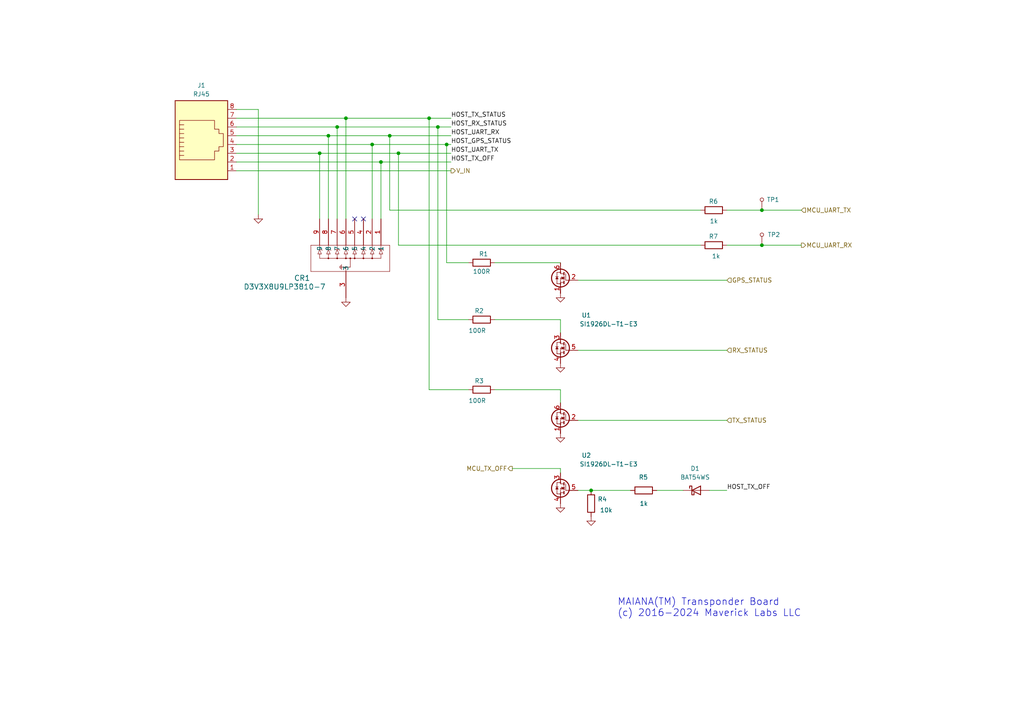
<source format=kicad_sch>
(kicad_sch
	(version 20231120)
	(generator "eeschema")
	(generator_version "8.0")
	(uuid "800bdec2-3082-4267-8af6-f33127d96283")
	(paper "A4")
	(title_block
		(title "Off Board Connections")
		(date "2025-05-28")
		(rev "11.9.2")
		(company "GBC.ro")
	)
	(lib_symbols
		(symbol "Connector:RJ45"
			(pin_names
				(offset 1.016)
			)
			(exclude_from_sim no)
			(in_bom yes)
			(on_board yes)
			(property "Reference" "J"
				(at -5.08 13.97 0)
				(effects
					(font
						(size 1.27 1.27)
					)
					(justify right)
				)
			)
			(property "Value" "RJ45"
				(at 2.54 13.97 0)
				(effects
					(font
						(size 1.27 1.27)
					)
					(justify left)
				)
			)
			(property "Footprint" ""
				(at 0 0.635 90)
				(effects
					(font
						(size 1.27 1.27)
					)
					(hide yes)
				)
			)
			(property "Datasheet" "~"
				(at 0 0.635 90)
				(effects
					(font
						(size 1.27 1.27)
					)
					(hide yes)
				)
			)
			(property "Description" "RJ connector, 8P8C (8 positions 8 connected)"
				(at 0 0 0)
				(effects
					(font
						(size 1.27 1.27)
					)
					(hide yes)
				)
			)
			(property "ki_keywords" "8P8C RJ socket connector"
				(at 0 0 0)
				(effects
					(font
						(size 1.27 1.27)
					)
					(hide yes)
				)
			)
			(property "ki_fp_filters" "8P8C* RJ31* RJ32* RJ33* RJ34* RJ35* RJ41* RJ45* RJ49* RJ61*"
				(at 0 0 0)
				(effects
					(font
						(size 1.27 1.27)
					)
					(hide yes)
				)
			)
			(symbol "RJ45_0_1"
				(polyline
					(pts
						(xy -5.08 4.445) (xy -6.35 4.445)
					)
					(stroke
						(width 0)
						(type default)
					)
					(fill
						(type none)
					)
				)
				(polyline
					(pts
						(xy -5.08 5.715) (xy -6.35 5.715)
					)
					(stroke
						(width 0)
						(type default)
					)
					(fill
						(type none)
					)
				)
				(polyline
					(pts
						(xy -6.35 -3.175) (xy -5.08 -3.175) (xy -5.08 -3.175)
					)
					(stroke
						(width 0)
						(type default)
					)
					(fill
						(type none)
					)
				)
				(polyline
					(pts
						(xy -6.35 -1.905) (xy -5.08 -1.905) (xy -5.08 -1.905)
					)
					(stroke
						(width 0)
						(type default)
					)
					(fill
						(type none)
					)
				)
				(polyline
					(pts
						(xy -6.35 -0.635) (xy -5.08 -0.635) (xy -5.08 -0.635)
					)
					(stroke
						(width 0)
						(type default)
					)
					(fill
						(type none)
					)
				)
				(polyline
					(pts
						(xy -6.35 0.635) (xy -5.08 0.635) (xy -5.08 0.635)
					)
					(stroke
						(width 0)
						(type default)
					)
					(fill
						(type none)
					)
				)
				(polyline
					(pts
						(xy -6.35 1.905) (xy -5.08 1.905) (xy -5.08 1.905)
					)
					(stroke
						(width 0)
						(type default)
					)
					(fill
						(type none)
					)
				)
				(polyline
					(pts
						(xy -5.08 3.175) (xy -6.35 3.175) (xy -6.35 3.175)
					)
					(stroke
						(width 0)
						(type default)
					)
					(fill
						(type none)
					)
				)
				(polyline
					(pts
						(xy -6.35 -4.445) (xy -6.35 6.985) (xy 3.81 6.985) (xy 3.81 4.445) (xy 5.08 4.445) (xy 5.08 3.175)
						(xy 6.35 3.175) (xy 6.35 -0.635) (xy 5.08 -0.635) (xy 5.08 -1.905) (xy 3.81 -1.905) (xy 3.81 -4.445)
						(xy -6.35 -4.445) (xy -6.35 -4.445)
					)
					(stroke
						(width 0)
						(type default)
					)
					(fill
						(type none)
					)
				)
				(rectangle
					(start 7.62 12.7)
					(end -7.62 -10.16)
					(stroke
						(width 0.254)
						(type default)
					)
					(fill
						(type background)
					)
				)
			)
			(symbol "RJ45_1_1"
				(pin passive line
					(at 10.16 -7.62 180)
					(length 2.54)
					(name "~"
						(effects
							(font
								(size 1.27 1.27)
							)
						)
					)
					(number "1"
						(effects
							(font
								(size 1.27 1.27)
							)
						)
					)
				)
				(pin passive line
					(at 10.16 -5.08 180)
					(length 2.54)
					(name "~"
						(effects
							(font
								(size 1.27 1.27)
							)
						)
					)
					(number "2"
						(effects
							(font
								(size 1.27 1.27)
							)
						)
					)
				)
				(pin passive line
					(at 10.16 -2.54 180)
					(length 2.54)
					(name "~"
						(effects
							(font
								(size 1.27 1.27)
							)
						)
					)
					(number "3"
						(effects
							(font
								(size 1.27 1.27)
							)
						)
					)
				)
				(pin passive line
					(at 10.16 0 180)
					(length 2.54)
					(name "~"
						(effects
							(font
								(size 1.27 1.27)
							)
						)
					)
					(number "4"
						(effects
							(font
								(size 1.27 1.27)
							)
						)
					)
				)
				(pin passive line
					(at 10.16 2.54 180)
					(length 2.54)
					(name "~"
						(effects
							(font
								(size 1.27 1.27)
							)
						)
					)
					(number "5"
						(effects
							(font
								(size 1.27 1.27)
							)
						)
					)
				)
				(pin passive line
					(at 10.16 5.08 180)
					(length 2.54)
					(name "~"
						(effects
							(font
								(size 1.27 1.27)
							)
						)
					)
					(number "6"
						(effects
							(font
								(size 1.27 1.27)
							)
						)
					)
				)
				(pin passive line
					(at 10.16 7.62 180)
					(length 2.54)
					(name "~"
						(effects
							(font
								(size 1.27 1.27)
							)
						)
					)
					(number "7"
						(effects
							(font
								(size 1.27 1.27)
							)
						)
					)
				)
				(pin passive line
					(at 10.16 10.16 180)
					(length 2.54)
					(name "~"
						(effects
							(font
								(size 1.27 1.27)
							)
						)
					)
					(number "8"
						(effects
							(font
								(size 1.27 1.27)
							)
						)
					)
				)
			)
		)
		(symbol "D3V3X8U9LP3810:D3V3X8U9LP3810-7"
			(pin_names
				(offset 0.254)
			)
			(exclude_from_sim no)
			(in_bom yes)
			(on_board yes)
			(property "Reference" "CR"
				(at 12.7 17.78 0)
				(effects
					(font
						(size 1.524 1.524)
					)
				)
			)
			(property "Value" "D3V3X8U9LP3810-7"
				(at 12.7 15.24 0)
				(effects
					(font
						(size 1.524 1.524)
					)
				)
			)
			(property "Footprint" "U-DFN3810-9TYPE_B_DIO"
				(at 0 0 0)
				(effects
					(font
						(size 1.27 1.27)
						(italic yes)
					)
					(hide yes)
				)
			)
			(property "Datasheet" "D3V3X8U9LP3810-7"
				(at 0 0 0)
				(effects
					(font
						(size 1.27 1.27)
						(italic yes)
					)
					(hide yes)
				)
			)
			(property "Description" ""
				(at 0 0 0)
				(effects
					(font
						(size 1.27 1.27)
					)
					(hide yes)
				)
			)
			(property "ki_locked" ""
				(at 0 0 0)
				(effects
					(font
						(size 1.27 1.27)
					)
				)
			)
			(property "ki_keywords" "D3V3X8U9LP3810-7"
				(at 0 0 0)
				(effects
					(font
						(size 1.27 1.27)
					)
					(hide yes)
				)
			)
			(property "ki_fp_filters" "U-DFN3810-9TYPE_B_DIO"
				(at 0 0 0)
				(effects
					(font
						(size 1.27 1.27)
					)
					(hide yes)
				)
			)
			(symbol "D3V3X8U9LP3810-7_0_1"
				(polyline
					(pts
						(xy 7.62 -10.16) (xy 15.24 -10.16)
					)
					(stroke
						(width 0.127)
						(type default)
					)
					(fill
						(type none)
					)
				)
				(polyline
					(pts
						(xy 7.62 0) (xy 8.89 0)
					)
					(stroke
						(width 0.127)
						(type default)
					)
					(fill
						(type none)
					)
				)
				(polyline
					(pts
						(xy 7.62 12.7) (xy 7.62 -10.16)
					)
					(stroke
						(width 0.127)
						(type default)
					)
					(fill
						(type none)
					)
				)
				(polyline
					(pts
						(xy 8.382 -1.524) (xy 9.398 -1.524)
					)
					(stroke
						(width 0.127)
						(type default)
					)
					(fill
						(type none)
					)
				)
				(polyline
					(pts
						(xy 8.636 -1.778) (xy 9.144 -1.778)
					)
					(stroke
						(width 0.127)
						(type default)
					)
					(fill
						(type none)
					)
				)
				(polyline
					(pts
						(xy 8.89 1.27) (xy 8.89 -1.27)
					)
					(stroke
						(width 0.127)
						(type default)
					)
					(fill
						(type none)
					)
				)
				(polyline
					(pts
						(xy 8.89 1.27) (xy 11.43 1.27)
					)
					(stroke
						(width 0.127)
						(type default)
					)
					(fill
						(type none)
					)
				)
				(polyline
					(pts
						(xy 9.652 -1.27) (xy 8.128 -1.27)
					)
					(stroke
						(width 0.127)
						(type default)
					)
					(fill
						(type none)
					)
				)
				(polyline
					(pts
						(xy 11.43 -7.62) (xy 12.7 -7.62)
					)
					(stroke
						(width 0.127)
						(type default)
					)
					(fill
						(type none)
					)
				)
				(polyline
					(pts
						(xy 11.43 -5.08) (xy 12.7 -5.08)
					)
					(stroke
						(width 0.127)
						(type default)
					)
					(fill
						(type none)
					)
				)
				(polyline
					(pts
						(xy 11.43 -2.54) (xy 12.7 -2.54)
					)
					(stroke
						(width 0.127)
						(type default)
					)
					(fill
						(type none)
					)
				)
				(polyline
					(pts
						(xy 11.43 0) (xy 12.7 0)
					)
					(stroke
						(width 0.127)
						(type default)
					)
					(fill
						(type none)
					)
				)
				(polyline
					(pts
						(xy 11.43 2.54) (xy 12.7 2.54)
					)
					(stroke
						(width 0.127)
						(type default)
					)
					(fill
						(type none)
					)
				)
				(polyline
					(pts
						(xy 11.43 5.08) (xy 12.7 5.08)
					)
					(stroke
						(width 0.127)
						(type default)
					)
					(fill
						(type none)
					)
				)
				(polyline
					(pts
						(xy 11.43 7.62) (xy 12.7 7.62)
					)
					(stroke
						(width 0.127)
						(type default)
					)
					(fill
						(type none)
					)
				)
				(polyline
					(pts
						(xy 11.43 10.16) (xy 11.43 -7.62)
					)
					(stroke
						(width 0.127)
						(type default)
					)
					(fill
						(type none)
					)
				)
				(polyline
					(pts
						(xy 11.43 10.16) (xy 12.7 10.16)
					)
					(stroke
						(width 0.127)
						(type default)
					)
					(fill
						(type none)
					)
				)
				(polyline
					(pts
						(xy 12.7 -7.112) (xy 12.7 -8.128)
					)
					(stroke
						(width 0.127)
						(type default)
					)
					(fill
						(type none)
					)
				)
				(polyline
					(pts
						(xy 12.7 -7.112) (xy 13.97 -7.62)
					)
					(stroke
						(width 0.127)
						(type default)
					)
					(fill
						(type none)
					)
				)
				(polyline
					(pts
						(xy 12.7 -4.572) (xy 12.7 -5.588)
					)
					(stroke
						(width 0.127)
						(type default)
					)
					(fill
						(type none)
					)
				)
				(polyline
					(pts
						(xy 12.7 -4.572) (xy 13.97 -5.08)
					)
					(stroke
						(width 0.127)
						(type default)
					)
					(fill
						(type none)
					)
				)
				(polyline
					(pts
						(xy 12.7 -2.032) (xy 12.7 -3.048)
					)
					(stroke
						(width 0.127)
						(type default)
					)
					(fill
						(type none)
					)
				)
				(polyline
					(pts
						(xy 12.7 -2.032) (xy 13.97 -2.54)
					)
					(stroke
						(width 0.127)
						(type default)
					)
					(fill
						(type none)
					)
				)
				(polyline
					(pts
						(xy 12.7 0.508) (xy 12.7 -0.508)
					)
					(stroke
						(width 0.127)
						(type default)
					)
					(fill
						(type none)
					)
				)
				(polyline
					(pts
						(xy 12.7 0.508) (xy 13.97 0)
					)
					(stroke
						(width 0.127)
						(type default)
					)
					(fill
						(type none)
					)
				)
				(polyline
					(pts
						(xy 12.7 3.048) (xy 12.7 2.032)
					)
					(stroke
						(width 0.127)
						(type default)
					)
					(fill
						(type none)
					)
				)
				(polyline
					(pts
						(xy 12.7 3.048) (xy 13.97 2.54)
					)
					(stroke
						(width 0.127)
						(type default)
					)
					(fill
						(type none)
					)
				)
				(polyline
					(pts
						(xy 12.7 5.588) (xy 12.7 4.572)
					)
					(stroke
						(width 0.127)
						(type default)
					)
					(fill
						(type none)
					)
				)
				(polyline
					(pts
						(xy 12.7 5.588) (xy 13.97 5.08)
					)
					(stroke
						(width 0.127)
						(type default)
					)
					(fill
						(type none)
					)
				)
				(polyline
					(pts
						(xy 12.7 8.128) (xy 12.7 7.112)
					)
					(stroke
						(width 0.127)
						(type default)
					)
					(fill
						(type none)
					)
				)
				(polyline
					(pts
						(xy 12.7 8.128) (xy 13.97 7.62)
					)
					(stroke
						(width 0.127)
						(type default)
					)
					(fill
						(type none)
					)
				)
				(polyline
					(pts
						(xy 12.7 10.668) (xy 12.7 9.652)
					)
					(stroke
						(width 0.127)
						(type default)
					)
					(fill
						(type none)
					)
				)
				(polyline
					(pts
						(xy 12.7 10.668) (xy 13.97 10.16)
					)
					(stroke
						(width 0.127)
						(type default)
					)
					(fill
						(type none)
					)
				)
				(polyline
					(pts
						(xy 13.97 -7.62) (xy 12.7 -8.128)
					)
					(stroke
						(width 0.127)
						(type default)
					)
					(fill
						(type none)
					)
				)
				(polyline
					(pts
						(xy 13.97 -7.62) (xy 15.24 -7.62)
					)
					(stroke
						(width 0.127)
						(type default)
					)
					(fill
						(type none)
					)
				)
				(polyline
					(pts
						(xy 13.97 -7.112) (xy 13.716 -6.858)
					)
					(stroke
						(width 0.127)
						(type default)
					)
					(fill
						(type none)
					)
				)
				(polyline
					(pts
						(xy 13.97 -7.112) (xy 13.97 -8.128)
					)
					(stroke
						(width 0.127)
						(type default)
					)
					(fill
						(type none)
					)
				)
				(polyline
					(pts
						(xy 13.97 -5.588) (xy 14.224 -5.842)
					)
					(stroke
						(width 0.127)
						(type default)
					)
					(fill
						(type none)
					)
				)
				(polyline
					(pts
						(xy 13.97 -5.08) (xy 12.7 -5.588)
					)
					(stroke
						(width 0.127)
						(type default)
					)
					(fill
						(type none)
					)
				)
				(polyline
					(pts
						(xy 13.97 -5.08) (xy 15.24 -5.08)
					)
					(stroke
						(width 0.127)
						(type default)
					)
					(fill
						(type none)
					)
				)
				(polyline
					(pts
						(xy 13.97 -4.572) (xy 13.716 -4.318)
					)
					(stroke
						(width 0.127)
						(type default)
					)
					(fill
						(type none)
					)
				)
				(polyline
					(pts
						(xy 13.97 -4.572) (xy 13.97 -5.588)
					)
					(stroke
						(width 0.127)
						(type default)
					)
					(fill
						(type none)
					)
				)
				(polyline
					(pts
						(xy 13.97 -3.048) (xy 14.224 -3.302)
					)
					(stroke
						(width 0.127)
						(type default)
					)
					(fill
						(type none)
					)
				)
				(polyline
					(pts
						(xy 13.97 -2.54) (xy 12.7 -3.048)
					)
					(stroke
						(width 0.127)
						(type default)
					)
					(fill
						(type none)
					)
				)
				(polyline
					(pts
						(xy 13.97 -2.54) (xy 15.24 -2.54)
					)
					(stroke
						(width 0.127)
						(type default)
					)
					(fill
						(type none)
					)
				)
				(polyline
					(pts
						(xy 13.97 -2.032) (xy 13.716 -1.778)
					)
					(stroke
						(width 0.127)
						(type default)
					)
					(fill
						(type none)
					)
				)
				(polyline
					(pts
						(xy 13.97 -2.032) (xy 13.97 -3.048)
					)
					(stroke
						(width 0.127)
						(type default)
					)
					(fill
						(type none)
					)
				)
				(polyline
					(pts
						(xy 13.97 -0.508) (xy 14.224 -0.762)
					)
					(stroke
						(width 0.127)
						(type default)
					)
					(fill
						(type none)
					)
				)
				(polyline
					(pts
						(xy 13.97 0) (xy 12.7 -0.508)
					)
					(stroke
						(width 0.127)
						(type default)
					)
					(fill
						(type none)
					)
				)
				(polyline
					(pts
						(xy 13.97 0) (xy 15.24 0)
					)
					(stroke
						(width 0.127)
						(type default)
					)
					(fill
						(type none)
					)
				)
				(polyline
					(pts
						(xy 13.97 0.508) (xy 13.716 0.762)
					)
					(stroke
						(width 0.127)
						(type default)
					)
					(fill
						(type none)
					)
				)
				(polyline
					(pts
						(xy 13.97 0.508) (xy 13.97 -0.508)
					)
					(stroke
						(width 0.127)
						(type default)
					)
					(fill
						(type none)
					)
				)
				(polyline
					(pts
						(xy 13.97 2.032) (xy 14.224 1.778)
					)
					(stroke
						(width 0.127)
						(type default)
					)
					(fill
						(type none)
					)
				)
				(polyline
					(pts
						(xy 13.97 2.54) (xy 12.7 2.032)
					)
					(stroke
						(width 0.127)
						(type default)
					)
					(fill
						(type none)
					)
				)
				(polyline
					(pts
						(xy 13.97 2.54) (xy 15.24 2.54)
					)
					(stroke
						(width 0.127)
						(type default)
					)
					(fill
						(type none)
					)
				)
				(polyline
					(pts
						(xy 13.97 3.048) (xy 13.716 3.302)
					)
					(stroke
						(width 0.127)
						(type default)
					)
					(fill
						(type none)
					)
				)
				(polyline
					(pts
						(xy 13.97 3.048) (xy 13.97 2.032)
					)
					(stroke
						(width 0.127)
						(type default)
					)
					(fill
						(type none)
					)
				)
				(polyline
					(pts
						(xy 13.97 4.572) (xy 14.224 4.318)
					)
					(stroke
						(width 0.127)
						(type default)
					)
					(fill
						(type none)
					)
				)
				(polyline
					(pts
						(xy 13.97 5.08) (xy 12.7 4.572)
					)
					(stroke
						(width 0.127)
						(type default)
					)
					(fill
						(type none)
					)
				)
				(polyline
					(pts
						(xy 13.97 5.08) (xy 15.24 5.08)
					)
					(stroke
						(width 0.127)
						(type default)
					)
					(fill
						(type none)
					)
				)
				(polyline
					(pts
						(xy 13.97 5.588) (xy 13.716 5.842)
					)
					(stroke
						(width 0.127)
						(type default)
					)
					(fill
						(type none)
					)
				)
				(polyline
					(pts
						(xy 13.97 5.588) (xy 13.97 4.572)
					)
					(stroke
						(width 0.127)
						(type default)
					)
					(fill
						(type none)
					)
				)
				(polyline
					(pts
						(xy 13.97 7.112) (xy 14.224 6.858)
					)
					(stroke
						(width 0.127)
						(type default)
					)
					(fill
						(type none)
					)
				)
				(polyline
					(pts
						(xy 13.97 7.62) (xy 12.7 7.112)
					)
					(stroke
						(width 0.127)
						(type default)
					)
					(fill
						(type none)
					)
				)
				(polyline
					(pts
						(xy 13.97 7.62) (xy 15.24 7.62)
					)
					(stroke
						(width 0.127)
						(type default)
					)
					(fill
						(type none)
					)
				)
				(polyline
					(pts
						(xy 13.97 8.128) (xy 13.716 8.382)
					)
					(stroke
						(width 0.127)
						(type default)
					)
					(fill
						(type none)
					)
				)
				(polyline
					(pts
						(xy 13.97 8.128) (xy 13.97 7.112)
					)
					(stroke
						(width 0.127)
						(type default)
					)
					(fill
						(type none)
					)
				)
				(polyline
					(pts
						(xy 13.97 9.652) (xy 14.224 9.398)
					)
					(stroke
						(width 0.127)
						(type default)
					)
					(fill
						(type none)
					)
				)
				(polyline
					(pts
						(xy 13.97 10.16) (xy 12.7 9.652)
					)
					(stroke
						(width 0.127)
						(type default)
					)
					(fill
						(type none)
					)
				)
				(polyline
					(pts
						(xy 13.97 10.16) (xy 15.24 10.16)
					)
					(stroke
						(width 0.127)
						(type default)
					)
					(fill
						(type none)
					)
				)
				(polyline
					(pts
						(xy 13.97 10.668) (xy 13.716 10.922)
					)
					(stroke
						(width 0.127)
						(type default)
					)
					(fill
						(type none)
					)
				)
				(polyline
					(pts
						(xy 13.97 10.668) (xy 13.97 9.652)
					)
					(stroke
						(width 0.127)
						(type default)
					)
					(fill
						(type none)
					)
				)
				(polyline
					(pts
						(xy 15.24 -10.16) (xy 15.24 12.7)
					)
					(stroke
						(width 0.127)
						(type default)
					)
					(fill
						(type none)
					)
				)
				(polyline
					(pts
						(xy 15.24 12.7) (xy 7.62 12.7)
					)
					(stroke
						(width 0.127)
						(type default)
					)
					(fill
						(type none)
					)
				)
				(circle
					(center 8.89 0)
					(radius 0.127)
					(stroke
						(width 0.254)
						(type default)
					)
					(fill
						(type none)
					)
				)
				(circle
					(center 11.43 -5.08)
					(radius 0.127)
					(stroke
						(width 0.254)
						(type default)
					)
					(fill
						(type none)
					)
				)
				(circle
					(center 11.43 -2.54)
					(radius 0.127)
					(stroke
						(width 0.254)
						(type default)
					)
					(fill
						(type none)
					)
				)
				(circle
					(center 11.43 0)
					(radius 0.127)
					(stroke
						(width 0.254)
						(type default)
					)
					(fill
						(type none)
					)
				)
				(circle
					(center 11.43 1.27)
					(radius 0.127)
					(stroke
						(width 0.254)
						(type default)
					)
					(fill
						(type none)
					)
				)
				(circle
					(center 11.43 2.54)
					(radius 0.127)
					(stroke
						(width 0.254)
						(type default)
					)
					(fill
						(type none)
					)
				)
				(circle
					(center 11.43 5.08)
					(radius 0.127)
					(stroke
						(width 0.254)
						(type default)
					)
					(fill
						(type none)
					)
				)
				(circle
					(center 11.43 7.62)
					(radius 0.127)
					(stroke
						(width 0.254)
						(type default)
					)
					(fill
						(type none)
					)
				)
				(pin unspecified line
					(at 22.86 10.16 180)
					(length 7.62)
					(name "1"
						(effects
							(font
								(size 1.27 1.27)
							)
						)
					)
					(number "1"
						(effects
							(font
								(size 1.27 1.27)
							)
						)
					)
				)
				(pin unspecified line
					(at 22.86 7.62 180)
					(length 7.62)
					(name "2"
						(effects
							(font
								(size 1.27 1.27)
							)
						)
					)
					(number "2"
						(effects
							(font
								(size 1.27 1.27)
							)
						)
					)
				)
				(pin unspecified line
					(at 0 0 0)
					(length 7.62)
					(name "3"
						(effects
							(font
								(size 1.27 1.27)
							)
						)
					)
					(number "3"
						(effects
							(font
								(size 1.27 1.27)
							)
						)
					)
				)
				(pin unspecified line
					(at 22.86 5.08 180)
					(length 7.62)
					(name "4"
						(effects
							(font
								(size 1.27 1.27)
							)
						)
					)
					(number "4"
						(effects
							(font
								(size 1.27 1.27)
							)
						)
					)
				)
				(pin unspecified line
					(at 22.86 2.54 180)
					(length 7.62)
					(name "5"
						(effects
							(font
								(size 1.27 1.27)
							)
						)
					)
					(number "5"
						(effects
							(font
								(size 1.27 1.27)
							)
						)
					)
				)
				(pin unspecified line
					(at 22.86 0 180)
					(length 7.62)
					(name "6"
						(effects
							(font
								(size 1.27 1.27)
							)
						)
					)
					(number "6"
						(effects
							(font
								(size 1.27 1.27)
							)
						)
					)
				)
				(pin unspecified line
					(at 22.86 -2.54 180)
					(length 7.62)
					(name "7"
						(effects
							(font
								(size 1.27 1.27)
							)
						)
					)
					(number "7"
						(effects
							(font
								(size 1.27 1.27)
							)
						)
					)
				)
				(pin unspecified line
					(at 22.86 -5.08 180)
					(length 7.62)
					(name "8"
						(effects
							(font
								(size 1.27 1.27)
							)
						)
					)
					(number "8"
						(effects
							(font
								(size 1.27 1.27)
							)
						)
					)
				)
				(pin unspecified line
					(at 22.86 -7.62 180)
					(length 7.62)
					(name "9"
						(effects
							(font
								(size 1.27 1.27)
							)
						)
					)
					(number "9"
						(effects
							(font
								(size 1.27 1.27)
							)
						)
					)
				)
			)
		)
		(symbol "Device:D_Schottky"
			(pin_numbers hide)
			(pin_names
				(offset 1.016) hide)
			(exclude_from_sim no)
			(in_bom yes)
			(on_board yes)
			(property "Reference" "D"
				(at 0 2.54 0)
				(effects
					(font
						(size 1.27 1.27)
					)
				)
			)
			(property "Value" "D_Schottky"
				(at 0 -2.54 0)
				(effects
					(font
						(size 1.27 1.27)
					)
				)
			)
			(property "Footprint" ""
				(at 0 0 0)
				(effects
					(font
						(size 1.27 1.27)
					)
					(hide yes)
				)
			)
			(property "Datasheet" "~"
				(at 0 0 0)
				(effects
					(font
						(size 1.27 1.27)
					)
					(hide yes)
				)
			)
			(property "Description" "Schottky diode"
				(at 0 0 0)
				(effects
					(font
						(size 1.27 1.27)
					)
					(hide yes)
				)
			)
			(property "ki_keywords" "diode Schottky"
				(at 0 0 0)
				(effects
					(font
						(size 1.27 1.27)
					)
					(hide yes)
				)
			)
			(property "ki_fp_filters" "TO-???* *_Diode_* *SingleDiode* D_*"
				(at 0 0 0)
				(effects
					(font
						(size 1.27 1.27)
					)
					(hide yes)
				)
			)
			(symbol "D_Schottky_0_1"
				(polyline
					(pts
						(xy 1.27 0) (xy -1.27 0)
					)
					(stroke
						(width 0)
						(type default)
					)
					(fill
						(type none)
					)
				)
				(polyline
					(pts
						(xy 1.27 1.27) (xy 1.27 -1.27) (xy -1.27 0) (xy 1.27 1.27)
					)
					(stroke
						(width 0.254)
						(type default)
					)
					(fill
						(type none)
					)
				)
				(polyline
					(pts
						(xy -1.905 0.635) (xy -1.905 1.27) (xy -1.27 1.27) (xy -1.27 -1.27) (xy -0.635 -1.27) (xy -0.635 -0.635)
					)
					(stroke
						(width 0.254)
						(type default)
					)
					(fill
						(type none)
					)
				)
			)
			(symbol "D_Schottky_1_1"
				(pin passive line
					(at -3.81 0 0)
					(length 2.54)
					(name "K"
						(effects
							(font
								(size 1.27 1.27)
							)
						)
					)
					(number "1"
						(effects
							(font
								(size 1.27 1.27)
							)
						)
					)
				)
				(pin passive line
					(at 3.81 0 180)
					(length 2.54)
					(name "A"
						(effects
							(font
								(size 1.27 1.27)
							)
						)
					)
					(number "2"
						(effects
							(font
								(size 1.27 1.27)
							)
						)
					)
				)
			)
		)
		(symbol "Device:R"
			(pin_numbers hide)
			(pin_names
				(offset 0)
			)
			(exclude_from_sim no)
			(in_bom yes)
			(on_board yes)
			(property "Reference" "R"
				(at 2.032 0 90)
				(effects
					(font
						(size 1.27 1.27)
					)
				)
			)
			(property "Value" "R"
				(at 0 0 90)
				(effects
					(font
						(size 1.27 1.27)
					)
				)
			)
			(property "Footprint" ""
				(at -1.778 0 90)
				(effects
					(font
						(size 1.27 1.27)
					)
					(hide yes)
				)
			)
			(property "Datasheet" "~"
				(at 0 0 0)
				(effects
					(font
						(size 1.27 1.27)
					)
					(hide yes)
				)
			)
			(property "Description" "Resistor"
				(at 0 0 0)
				(effects
					(font
						(size 1.27 1.27)
					)
					(hide yes)
				)
			)
			(property "ki_keywords" "R res resistor"
				(at 0 0 0)
				(effects
					(font
						(size 1.27 1.27)
					)
					(hide yes)
				)
			)
			(property "ki_fp_filters" "R_*"
				(at 0 0 0)
				(effects
					(font
						(size 1.27 1.27)
					)
					(hide yes)
				)
			)
			(symbol "R_0_1"
				(rectangle
					(start -1.016 -2.54)
					(end 1.016 2.54)
					(stroke
						(width 0.254)
						(type default)
					)
					(fill
						(type none)
					)
				)
			)
			(symbol "R_1_1"
				(pin passive line
					(at 0 3.81 270)
					(length 1.27)
					(name "~"
						(effects
							(font
								(size 1.27 1.27)
							)
						)
					)
					(number "1"
						(effects
							(font
								(size 1.27 1.27)
							)
						)
					)
				)
				(pin passive line
					(at 0 -3.81 90)
					(length 1.27)
					(name "~"
						(effects
							(font
								(size 1.27 1.27)
							)
						)
					)
					(number "2"
						(effects
							(font
								(size 1.27 1.27)
							)
						)
					)
				)
			)
		)
		(symbol "DualNMOS:DualNMOS"
			(exclude_from_sim no)
			(in_bom yes)
			(on_board yes)
			(property "Reference" "U"
				(at 6.604 1.397 0)
				(effects
					(font
						(size 1.27 1.27)
					)
				)
			)
			(property "Value" ""
				(at 1.27 7.62 0)
				(effects
					(font
						(size 1.27 1.27)
					)
				)
			)
			(property "Footprint" ""
				(at 1.27 7.62 0)
				(effects
					(font
						(size 1.27 1.27)
					)
					(hide yes)
				)
			)
			(property "Datasheet" ""
				(at 1.27 7.62 0)
				(effects
					(font
						(size 1.27 1.27)
					)
					(hide yes)
				)
			)
			(property "Description" ""
				(at 0 0 0)
				(effects
					(font
						(size 1.27 1.27)
					)
					(hide yes)
				)
			)
			(symbol "DualNMOS_1_1"
				(circle
					(center 0 -11.176)
					(radius 0.127)
					(stroke
						(width 0)
						(type default)
					)
					(fill
						(type none)
					)
				)
				(circle
					(center 0 -9.525)
					(radius 2.5903)
					(stroke
						(width 0.3)
						(type default)
					)
					(fill
						(type none)
					)
				)
				(circle
					(center 0 -7.874)
					(radius 0.127)
					(stroke
						(width 0)
						(type default)
					)
					(fill
						(type none)
					)
				)
				(polyline
					(pts
						(xy -2.54 -10.16) (xy -1.524 -10.16)
					)
					(stroke
						(width 0)
						(type default)
					)
					(fill
						(type none)
					)
				)
				(polyline
					(pts
						(xy -2.54 10.16) (xy -1.524 10.16)
					)
					(stroke
						(width 0)
						(type default)
					)
					(fill
						(type none)
					)
				)
				(polyline
					(pts
						(xy -1.524 -10.16) (xy -1.524 -8.255)
					)
					(stroke
						(width 0)
						(type default)
					)
					(fill
						(type none)
					)
				)
				(polyline
					(pts
						(xy -1.524 10.16) (xy -1.524 12.065)
					)
					(stroke
						(width 0)
						(type default)
					)
					(fill
						(type none)
					)
				)
				(polyline
					(pts
						(xy -1.016 -10.414) (xy -1.016 -11.176)
					)
					(stroke
						(width 0.3)
						(type default)
					)
					(fill
						(type none)
					)
				)
				(polyline
					(pts
						(xy -1.016 -9.144) (xy -1.016 -9.906)
					)
					(stroke
						(width 0.3)
						(type default)
					)
					(fill
						(type none)
					)
				)
				(polyline
					(pts
						(xy -1.016 -7.874) (xy -1.016 -8.636)
					)
					(stroke
						(width 0.3)
						(type default)
					)
					(fill
						(type none)
					)
				)
				(polyline
					(pts
						(xy -1.016 9.906) (xy -1.016 9.144)
					)
					(stroke
						(width 0.3)
						(type default)
					)
					(fill
						(type none)
					)
				)
				(polyline
					(pts
						(xy -1.016 11.176) (xy -1.016 10.414)
					)
					(stroke
						(width 0.3)
						(type default)
					)
					(fill
						(type none)
					)
				)
				(polyline
					(pts
						(xy -1.016 12.446) (xy -1.016 11.684)
					)
					(stroke
						(width 0.3)
						(type default)
					)
					(fill
						(type none)
					)
				)
				(polyline
					(pts
						(xy -0.889 -10.795) (xy 0 -10.795)
					)
					(stroke
						(width 0)
						(type default)
					)
					(fill
						(type none)
					)
				)
				(polyline
					(pts
						(xy -0.889 -9.525) (xy 0 -9.525)
					)
					(stroke
						(width 0)
						(type default)
					)
					(fill
						(type none)
					)
				)
				(polyline
					(pts
						(xy -0.889 -8.255) (xy 0 -8.255)
					)
					(stroke
						(width 0)
						(type default)
					)
					(fill
						(type none)
					)
				)
				(polyline
					(pts
						(xy -0.889 9.525) (xy 0 9.525)
					)
					(stroke
						(width 0)
						(type default)
					)
					(fill
						(type none)
					)
				)
				(polyline
					(pts
						(xy -0.889 10.795) (xy 0 10.795)
					)
					(stroke
						(width 0)
						(type default)
					)
					(fill
						(type none)
					)
				)
				(polyline
					(pts
						(xy -0.889 12.065) (xy 0 12.065)
					)
					(stroke
						(width 0)
						(type default)
					)
					(fill
						(type none)
					)
				)
				(polyline
					(pts
						(xy 0 -10.795) (xy 0 -11.43)
					)
					(stroke
						(width 0)
						(type default)
					)
					(fill
						(type none)
					)
				)
				(polyline
					(pts
						(xy 0 -9.525) (xy 0 -10.795)
					)
					(stroke
						(width 0)
						(type default)
					)
					(fill
						(type none)
					)
				)
				(polyline
					(pts
						(xy 0 -8.255) (xy 0 -7.62)
					)
					(stroke
						(width 0)
						(type default)
					)
					(fill
						(type none)
					)
				)
				(polyline
					(pts
						(xy 0 9.525) (xy 0 8.89)
					)
					(stroke
						(width 0)
						(type default)
					)
					(fill
						(type none)
					)
				)
				(polyline
					(pts
						(xy 0 10.795) (xy 0 9.525)
					)
					(stroke
						(width 0)
						(type default)
					)
					(fill
						(type none)
					)
				)
				(polyline
					(pts
						(xy 0 12.065) (xy 0 12.7)
					)
					(stroke
						(width 0)
						(type default)
					)
					(fill
						(type none)
					)
				)
				(polyline
					(pts
						(xy 0.635 -9.144) (xy 1.397 -9.144)
					)
					(stroke
						(width 0)
						(type default)
					)
					(fill
						(type none)
					)
				)
				(polyline
					(pts
						(xy 0.635 11.176) (xy 1.397 11.176)
					)
					(stroke
						(width 0)
						(type default)
					)
					(fill
						(type none)
					)
				)
				(polyline
					(pts
						(xy 1.016 -11.176) (xy 0 -11.176)
					)
					(stroke
						(width 0)
						(type default)
					)
					(fill
						(type none)
					)
				)
				(polyline
					(pts
						(xy 1.016 -11.049) (xy 1.016 -11.176)
					)
					(stroke
						(width 0)
						(type default)
					)
					(fill
						(type none)
					)
				)
				(polyline
					(pts
						(xy 1.016 -9.779) (xy 1.016 -11.049)
					)
					(stroke
						(width 0)
						(type default)
					)
					(fill
						(type none)
					)
				)
				(polyline
					(pts
						(xy 1.016 -9.271) (xy 1.016 -7.874)
					)
					(stroke
						(width 0)
						(type default)
					)
					(fill
						(type none)
					)
				)
				(polyline
					(pts
						(xy 1.016 -7.874) (xy 0 -7.874)
					)
					(stroke
						(width 0)
						(type default)
					)
					(fill
						(type none)
					)
				)
				(polyline
					(pts
						(xy 1.016 9.144) (xy 0 9.144)
					)
					(stroke
						(width 0)
						(type default)
					)
					(fill
						(type none)
					)
				)
				(polyline
					(pts
						(xy 1.016 9.271) (xy 1.016 9.144)
					)
					(stroke
						(width 0)
						(type default)
					)
					(fill
						(type none)
					)
				)
				(polyline
					(pts
						(xy 1.016 10.541) (xy 1.016 9.271)
					)
					(stroke
						(width 0)
						(type default)
					)
					(fill
						(type none)
					)
				)
				(polyline
					(pts
						(xy 1.016 11.049) (xy 1.016 12.446)
					)
					(stroke
						(width 0)
						(type default)
					)
					(fill
						(type none)
					)
				)
				(polyline
					(pts
						(xy 1.016 12.446) (xy 0 12.446)
					)
					(stroke
						(width 0)
						(type default)
					)
					(fill
						(type none)
					)
				)
				(polyline
					(pts
						(xy 0 7.62) (xy 0 6.477) (xy 0 6.35)
					)
					(stroke
						(width 0)
						(type default)
					)
					(fill
						(type none)
					)
				)
				(polyline
					(pts
						(xy -0.889 -9.525) (xy -0.381 -9.144) (xy -0.381 -9.906) (xy -0.889 -9.525)
					)
					(stroke
						(width 0)
						(type default)
					)
					(fill
						(type outline)
					)
				)
				(polyline
					(pts
						(xy -0.889 10.795) (xy -0.381 11.176) (xy -0.381 10.414) (xy -0.889 10.795)
					)
					(stroke
						(width 0)
						(type default)
					)
					(fill
						(type outline)
					)
				)
				(polyline
					(pts
						(xy 1.016 -9.271) (xy 1.397 -9.779) (xy 0.635 -9.779) (xy 1.016 -9.271)
					)
					(stroke
						(width 0)
						(type default)
					)
					(fill
						(type outline)
					)
				)
				(polyline
					(pts
						(xy 1.016 11.049) (xy 1.397 10.541) (xy 0.635 10.541) (xy 1.016 11.049)
					)
					(stroke
						(width 0)
						(type default)
					)
					(fill
						(type outline)
					)
				)
				(circle
					(center 0 9.144)
					(radius 0.127)
					(stroke
						(width 0)
						(type default)
					)
					(fill
						(type none)
					)
				)
				(circle
					(center 0 10.795)
					(radius 2.5903)
					(stroke
						(width 0.3)
						(type default)
					)
					(fill
						(type none)
					)
				)
				(circle
					(center 0 12.446)
					(radius 0.127)
					(stroke
						(width 0)
						(type default)
					)
					(fill
						(type none)
					)
				)
				(pin input line
					(at 0 6.35 90)
					(length 2.54)
					(name "S1"
						(effects
							(font
								(size 0 0)
							)
						)
					)
					(number "1"
						(effects
							(font
								(size 1.27 1.27)
							)
						)
					)
				)
				(pin input line
					(at -5.08 10.16 0)
					(length 2.54)
					(name "G1"
						(effects
							(font
								(size 0 0)
							)
						)
					)
					(number "2"
						(effects
							(font
								(size 1.27 1.27)
							)
						)
					)
				)
				(pin input line
					(at 0 -5.08 270)
					(length 2.54)
					(name "D2"
						(effects
							(font
								(size 0 0)
							)
						)
					)
					(number "3"
						(effects
							(font
								(size 1.27 1.27)
							)
						)
					)
				)
				(pin input line
					(at 0 -13.97 90)
					(length 2.54)
					(name "S2"
						(effects
							(font
								(size 0 0)
							)
						)
					)
					(number "4"
						(effects
							(font
								(size 1.27 1.27)
							)
						)
					)
				)
				(pin input line
					(at -5.08 -10.16 0)
					(length 2.54)
					(name "G2"
						(effects
							(font
								(size 0 0)
							)
						)
					)
					(number "5"
						(effects
							(font
								(size 1.27 1.27)
							)
						)
					)
				)
				(pin input line
					(at 0 15.24 270)
					(length 2.54)
					(name "D1"
						(effects
							(font
								(size 0 0)
							)
						)
					)
					(number "6"
						(effects
							(font
								(size 1.27 1.27)
							)
						)
					)
				)
			)
		)
		(symbol "TestPads:TestPad-D1.2mm"
			(exclude_from_sim no)
			(in_bom yes)
			(on_board yes)
			(property "Reference" "TP"
				(at 1.27 4.826 0)
				(effects
					(font
						(size 1.27 1.27)
					)
				)
			)
			(property "Value" ""
				(at 0 0 0)
				(effects
					(font
						(size 1.27 1.27)
					)
				)
			)
			(property "Footprint" "TestPads:TP_1.2MM"
				(at 0 0 0)
				(effects
					(font
						(size 1.27 1.27)
					)
					(hide yes)
				)
			)
			(property "Datasheet" ""
				(at 0 0 0)
				(effects
					(font
						(size 1.27 1.27)
					)
					(hide yes)
				)
			)
			(property "Description" ""
				(at 0 0 0)
				(effects
					(font
						(size 1.27 1.27)
					)
					(hide yes)
				)
			)
			(symbol "TestPad-D1.2mm_0_1"
				(circle
					(center 0 3.048)
					(radius 0.508)
					(stroke
						(width 0)
						(type default)
					)
					(fill
						(type none)
					)
				)
			)
			(symbol "TestPad-D1.2mm_1_1"
				(pin passive line
					(at 0 0 90)
					(length 2.54)
					(name "P"
						(effects
							(font
								(size 0 0)
							)
						)
					)
					(number "1"
						(effects
							(font
								(size 0 0)
							)
						)
					)
				)
			)
		)
		(symbol "power:GND"
			(power)
			(pin_names
				(offset 0)
			)
			(exclude_from_sim no)
			(in_bom yes)
			(on_board yes)
			(property "Reference" "#PWR"
				(at 0 -6.35 0)
				(effects
					(font
						(size 1.27 1.27)
					)
					(hide yes)
				)
			)
			(property "Value" "GND"
				(at 0 -3.81 0)
				(effects
					(font
						(size 1.27 1.27)
					)
				)
			)
			(property "Footprint" ""
				(at 0 0 0)
				(effects
					(font
						(size 1.27 1.27)
					)
					(hide yes)
				)
			)
			(property "Datasheet" ""
				(at 0 0 0)
				(effects
					(font
						(size 1.27 1.27)
					)
					(hide yes)
				)
			)
			(property "Description" "Power symbol creates a global label with name \"GND\" , ground"
				(at 0 0 0)
				(effects
					(font
						(size 1.27 1.27)
					)
					(hide yes)
				)
			)
			(property "ki_keywords" "global power"
				(at 0 0 0)
				(effects
					(font
						(size 1.27 1.27)
					)
					(hide yes)
				)
			)
			(symbol "GND_0_1"
				(polyline
					(pts
						(xy 0 0) (xy 0 -1.27) (xy 1.27 -1.27) (xy 0 -2.54) (xy -1.27 -1.27) (xy 0 -1.27)
					)
					(stroke
						(width 0)
						(type default)
					)
					(fill
						(type none)
					)
				)
			)
			(symbol "GND_1_1"
				(pin power_in line
					(at 0 0 270)
					(length 0) hide
					(name "GND"
						(effects
							(font
								(size 1.27 1.27)
							)
						)
					)
					(number "1"
						(effects
							(font
								(size 1.27 1.27)
							)
						)
					)
				)
			)
		)
	)
	(junction
		(at 127 36.83)
		(diameter 0)
		(color 0 0 0 0)
		(uuid "02d879bd-33da-44d9-a896-26186f219718")
	)
	(junction
		(at 100.33 34.29)
		(diameter 0)
		(color 0 0 0 0)
		(uuid "100daa31-d944-439e-ae63-ff2ca1d38f89")
	)
	(junction
		(at 220.98 71.12)
		(diameter 0)
		(color 0 0 0 0)
		(uuid "3e0e1a3a-1984-43cd-abdf-f3f46e0fb649")
	)
	(junction
		(at 95.25 39.37)
		(diameter 0)
		(color 0 0 0 0)
		(uuid "7344a49d-5fd8-4362-abaa-16266733596f")
	)
	(junction
		(at 92.71 44.45)
		(diameter 0)
		(color 0 0 0 0)
		(uuid "7ec292e6-be2c-40b4-a215-a4f51ca0ddd7")
	)
	(junction
		(at 113.03 39.37)
		(diameter 0)
		(color 0 0 0 0)
		(uuid "92e35c16-1e18-4dd3-95d1-815368d06737")
	)
	(junction
		(at 97.79 36.83)
		(diameter 0)
		(color 0 0 0 0)
		(uuid "9f261cdc-9951-4c7f-b902-2c8e46d1fdb3")
	)
	(junction
		(at 115.57 44.45)
		(diameter 0)
		(color 0 0 0 0)
		(uuid "aacfae71-0115-48ac-ab5c-73369c879b7a")
	)
	(junction
		(at 171.45 142.24)
		(diameter 0)
		(color 0 0 0 0)
		(uuid "b165332d-755e-40e0-83bb-527f7d33f4c2")
	)
	(junction
		(at 220.98 60.96)
		(diameter 0)
		(color 0 0 0 0)
		(uuid "c93d495f-461d-457a-bbf2-f8674d67b5f6")
	)
	(junction
		(at 107.95 41.91)
		(diameter 0)
		(color 0 0 0 0)
		(uuid "cb2a2680-d4c4-4773-be83-754561dbff03")
	)
	(junction
		(at 129.54 41.91)
		(diameter 0)
		(color 0 0 0 0)
		(uuid "cd94cc86-a6d1-4e3e-8f23-ea60f35d7945")
	)
	(junction
		(at 110.49 46.99)
		(diameter 0)
		(color 0 0 0 0)
		(uuid "f18b18ea-13ef-4311-b931-9753bfa4126f")
	)
	(junction
		(at 124.46 34.29)
		(diameter 0)
		(color 0 0 0 0)
		(uuid "f4a3b7c0-7cd7-40f1-a2b2-017e5c888a76")
	)
	(no_connect
		(at 105.41 63.5)
		(uuid "248ad82c-a94d-4405-b71e-2cd46e0be675")
	)
	(no_connect
		(at 102.87 63.5)
		(uuid "a8b7979b-c8c0-44a8-b136-0d708574f32c")
	)
	(wire
		(pts
			(xy 115.57 44.45) (xy 130.81 44.45)
		)
		(stroke
			(width 0)
			(type default)
		)
		(uuid "025484b6-ef23-49d1-993d-f1e22c96700b")
	)
	(wire
		(pts
			(xy 92.71 44.45) (xy 115.57 44.45)
		)
		(stroke
			(width 0)
			(type default)
		)
		(uuid "03d20903-e6df-4747-ad3e-239d125916c5")
	)
	(wire
		(pts
			(xy 68.58 44.45) (xy 92.71 44.45)
		)
		(stroke
			(width 0)
			(type default)
		)
		(uuid "0aec699d-dcc5-4791-9859-c125deba360c")
	)
	(wire
		(pts
			(xy 107.95 41.91) (xy 107.95 63.5)
		)
		(stroke
			(width 0)
			(type default)
		)
		(uuid "0c01debf-c069-48aa-a41c-c28fdab76279")
	)
	(wire
		(pts
			(xy 135.89 92.71) (xy 127 92.71)
		)
		(stroke
			(width 0)
			(type default)
		)
		(uuid "158380c0-b434-4d1c-8dcf-5cc434c43eb8")
	)
	(wire
		(pts
			(xy 171.45 142.24) (xy 182.88 142.24)
		)
		(stroke
			(width 0)
			(type default)
		)
		(uuid "15ba8e69-3595-40c5-82e3-ce0b65cef916")
	)
	(wire
		(pts
			(xy 129.54 76.2) (xy 135.89 76.2)
		)
		(stroke
			(width 0)
			(type default)
		)
		(uuid "18c5f330-cb7a-45e1-84a2-1878c7f5b245")
	)
	(wire
		(pts
			(xy 220.98 60.96) (xy 232.41 60.96)
		)
		(stroke
			(width 0)
			(type default)
		)
		(uuid "1c339bbf-65ff-4440-8a9f-2ed06887d266")
	)
	(wire
		(pts
			(xy 167.64 142.24) (xy 171.45 142.24)
		)
		(stroke
			(width 0)
			(type default)
		)
		(uuid "1dbba4e4-e59e-4b43-ad33-cfaeb2443503")
	)
	(wire
		(pts
			(xy 167.64 81.28) (xy 210.82 81.28)
		)
		(stroke
			(width 0)
			(type default)
		)
		(uuid "209c79fc-3909-4d4e-90bb-58d9341a3f7e")
	)
	(wire
		(pts
			(xy 143.51 113.03) (xy 162.56 113.03)
		)
		(stroke
			(width 0)
			(type default)
		)
		(uuid "2402c65e-8cee-45ad-aed3-ad0e6834eaa2")
	)
	(wire
		(pts
			(xy 162.56 113.03) (xy 162.56 116.84)
		)
		(stroke
			(width 0)
			(type default)
		)
		(uuid "26a6060a-7feb-46d4-b102-997a969e7e27")
	)
	(wire
		(pts
			(xy 129.54 76.2) (xy 129.54 41.91)
		)
		(stroke
			(width 0)
			(type default)
		)
		(uuid "2f948b84-02d3-4dff-b600-b4f7ae2da38f")
	)
	(wire
		(pts
			(xy 124.46 34.29) (xy 130.81 34.29)
		)
		(stroke
			(width 0)
			(type default)
		)
		(uuid "31ba4bfe-6060-4738-8923-c89ebd94a074")
	)
	(wire
		(pts
			(xy 115.57 71.12) (xy 115.57 44.45)
		)
		(stroke
			(width 0)
			(type default)
		)
		(uuid "37c1f1f8-2239-42d3-bbb6-e41510682537")
	)
	(wire
		(pts
			(xy 95.25 39.37) (xy 113.03 39.37)
		)
		(stroke
			(width 0)
			(type default)
		)
		(uuid "4927cc5c-ad76-4c4f-9ef9-7588e3338ef4")
	)
	(wire
		(pts
			(xy 129.54 41.91) (xy 130.81 41.91)
		)
		(stroke
			(width 0)
			(type default)
		)
		(uuid "4d3a81f7-c946-4f14-be2d-366b93cc9e92")
	)
	(wire
		(pts
			(xy 110.49 46.99) (xy 110.49 63.5)
		)
		(stroke
			(width 0)
			(type default)
		)
		(uuid "4e0a9537-0a87-48d8-9498-47760df728da")
	)
	(wire
		(pts
			(xy 135.89 113.03) (xy 124.46 113.03)
		)
		(stroke
			(width 0)
			(type default)
		)
		(uuid "5013deb2-183f-44db-9e64-63b3a06c5636")
	)
	(wire
		(pts
			(xy 127 92.71) (xy 127 36.83)
		)
		(stroke
			(width 0)
			(type default)
		)
		(uuid "51b4a2e1-2c33-4550-a60c-357f0bc87e13")
	)
	(wire
		(pts
			(xy 107.95 41.91) (xy 129.54 41.91)
		)
		(stroke
			(width 0)
			(type default)
		)
		(uuid "552a37b1-c704-4647-b5a6-dce0d4d962f2")
	)
	(wire
		(pts
			(xy 92.71 44.45) (xy 92.71 63.5)
		)
		(stroke
			(width 0)
			(type default)
		)
		(uuid "59d32822-46e4-4223-a7b5-dbcb33d141ee")
	)
	(wire
		(pts
			(xy 68.58 31.75) (xy 74.93 31.75)
		)
		(stroke
			(width 0)
			(type default)
		)
		(uuid "5a69ae44-1399-4e45-a38f-0c5dcac14684")
	)
	(wire
		(pts
			(xy 162.56 137.16) (xy 162.56 135.89)
		)
		(stroke
			(width 0)
			(type default)
		)
		(uuid "67220e67-650b-4f85-ae93-c781935b74cc")
	)
	(wire
		(pts
			(xy 167.64 121.92) (xy 210.82 121.92)
		)
		(stroke
			(width 0)
			(type default)
		)
		(uuid "6cfd4083-80ca-4053-b320-726cbb80609b")
	)
	(wire
		(pts
			(xy 162.56 92.71) (xy 162.56 96.52)
		)
		(stroke
			(width 0)
			(type default)
		)
		(uuid "6f20f135-027e-48cf-a98a-f1b0636eaefe")
	)
	(wire
		(pts
			(xy 68.58 34.29) (xy 100.33 34.29)
		)
		(stroke
			(width 0)
			(type default)
		)
		(uuid "705393de-b6e2-4e9b-9ca1-0dbd88101a87")
	)
	(wire
		(pts
			(xy 190.5 142.24) (xy 198.12 142.24)
		)
		(stroke
			(width 0)
			(type default)
		)
		(uuid "75b06d44-837c-4162-bb25-cec825bf3e12")
	)
	(wire
		(pts
			(xy 210.82 60.96) (xy 220.98 60.96)
		)
		(stroke
			(width 0)
			(type default)
		)
		(uuid "79a47563-d1fc-402b-92e0-687bc2025e83")
	)
	(wire
		(pts
			(xy 167.64 101.6) (xy 210.82 101.6)
		)
		(stroke
			(width 0)
			(type default)
		)
		(uuid "7a3fca26-2213-4b3e-938b-cb3c29e22a5b")
	)
	(wire
		(pts
			(xy 162.56 135.89) (xy 148.59 135.89)
		)
		(stroke
			(width 0)
			(type default)
		)
		(uuid "7b9d1128-7fbb-43fd-9d96-e6fdbf29419b")
	)
	(wire
		(pts
			(xy 68.58 46.99) (xy 110.49 46.99)
		)
		(stroke
			(width 0)
			(type default)
		)
		(uuid "7fddebc6-073b-4ee6-9616-67e2b0ad8c00")
	)
	(wire
		(pts
			(xy 115.57 71.12) (xy 203.2 71.12)
		)
		(stroke
			(width 0)
			(type default)
		)
		(uuid "80164eed-5c58-484d-8044-6bad5f6d3e2a")
	)
	(wire
		(pts
			(xy 143.51 76.2) (xy 162.56 76.2)
		)
		(stroke
			(width 0)
			(type default)
		)
		(uuid "871889fb-619f-41df-beb5-df6fb95ae2bb")
	)
	(wire
		(pts
			(xy 220.98 71.12) (xy 232.41 71.12)
		)
		(stroke
			(width 0)
			(type default)
		)
		(uuid "8bc9296d-0e27-4ec4-ac68-c77ba145de64")
	)
	(wire
		(pts
			(xy 210.82 142.24) (xy 205.74 142.24)
		)
		(stroke
			(width 0)
			(type default)
		)
		(uuid "8ea1e7a0-1539-4ce7-891e-6a96474d9ccf")
	)
	(wire
		(pts
			(xy 95.25 39.37) (xy 95.25 63.5)
		)
		(stroke
			(width 0)
			(type default)
		)
		(uuid "939a2253-913e-477a-a9d2-a6cdedbce5f1")
	)
	(wire
		(pts
			(xy 127 36.83) (xy 130.81 36.83)
		)
		(stroke
			(width 0)
			(type default)
		)
		(uuid "b5f1c006-296b-4d85-88d3-38e1af8accdc")
	)
	(wire
		(pts
			(xy 113.03 39.37) (xy 130.81 39.37)
		)
		(stroke
			(width 0)
			(type default)
		)
		(uuid "b6c3aa33-97fe-4a65-a816-b50ab9b38111")
	)
	(wire
		(pts
			(xy 210.82 71.12) (xy 220.98 71.12)
		)
		(stroke
			(width 0)
			(type default)
		)
		(uuid "c38f26de-5d7b-4ab7-8df5-5dc6f271cf82")
	)
	(wire
		(pts
			(xy 113.03 60.96) (xy 203.2 60.96)
		)
		(stroke
			(width 0)
			(type default)
		)
		(uuid "c71e4746-2605-485c-ad4f-7c646501a5fa")
	)
	(wire
		(pts
			(xy 124.46 113.03) (xy 124.46 34.29)
		)
		(stroke
			(width 0)
			(type default)
		)
		(uuid "c8fb32be-e1d6-47bf-8dbe-616675592a01")
	)
	(wire
		(pts
			(xy 100.33 34.29) (xy 100.33 63.5)
		)
		(stroke
			(width 0)
			(type default)
		)
		(uuid "d09ef043-691c-4a1d-8928-4f614f2416ee")
	)
	(wire
		(pts
			(xy 68.58 36.83) (xy 97.79 36.83)
		)
		(stroke
			(width 0)
			(type default)
		)
		(uuid "d1639844-35a6-4915-8077-e8e0333df223")
	)
	(wire
		(pts
			(xy 97.79 36.83) (xy 127 36.83)
		)
		(stroke
			(width 0)
			(type default)
		)
		(uuid "d17b2722-3900-47cc-914b-939bc0ed9fcf")
	)
	(wire
		(pts
			(xy 143.51 92.71) (xy 162.56 92.71)
		)
		(stroke
			(width 0)
			(type default)
		)
		(uuid "d682e3f3-effb-4f96-81ef-78af66a5ac72")
	)
	(wire
		(pts
			(xy 68.58 39.37) (xy 95.25 39.37)
		)
		(stroke
			(width 0)
			(type default)
		)
		(uuid "d69010a3-4b36-466c-9208-343ed4ba1a42")
	)
	(wire
		(pts
			(xy 74.93 31.75) (xy 74.93 62.23)
		)
		(stroke
			(width 0)
			(type default)
		)
		(uuid "d832816e-26ed-40ea-9326-4d1385cf1855")
	)
	(wire
		(pts
			(xy 97.79 36.83) (xy 97.79 63.5)
		)
		(stroke
			(width 0)
			(type default)
		)
		(uuid "d8ea24e3-49db-455b-8c75-56fe5aa79171")
	)
	(wire
		(pts
			(xy 110.49 46.99) (xy 130.81 46.99)
		)
		(stroke
			(width 0)
			(type default)
		)
		(uuid "e4e9ed35-524c-46b0-bb7d-03056c7801ec")
	)
	(wire
		(pts
			(xy 68.58 49.53) (xy 130.81 49.53)
		)
		(stroke
			(width 0)
			(type default)
		)
		(uuid "eb167c2f-5332-4a79-94da-780d0d57a262")
	)
	(wire
		(pts
			(xy 113.03 39.37) (xy 113.03 60.96)
		)
		(stroke
			(width 0)
			(type default)
		)
		(uuid "f27047dd-f985-4fdc-ace4-29c554ec75b5")
	)
	(wire
		(pts
			(xy 100.33 34.29) (xy 124.46 34.29)
		)
		(stroke
			(width 0)
			(type default)
		)
		(uuid "f7a5bb75-6caa-40a5-8a56-ea0f23825b71")
	)
	(wire
		(pts
			(xy 68.58 41.91) (xy 107.95 41.91)
		)
		(stroke
			(width 0)
			(type default)
		)
		(uuid "f8d20d18-6efd-464a-8f90-2194a6c46351")
	)
	(text "MAIANA(TM) Transponder Board\n(c) 2016-2024 Maverick Labs LLC"
		(exclude_from_sim no)
		(at 179.07 179.07 0)
		(effects
			(font
				(size 2 2)
			)
			(justify left bottom)
		)
		(uuid "7bd95b93-f5b8-4bc5-b294-93b410dcfa63")
	)
	(label "HOST_TX_OFF"
		(at 130.81 46.99 0)
		(effects
			(font
				(size 1.27 1.27)
			)
			(justify left bottom)
		)
		(uuid "374fc059-68b2-4eae-8160-3f3dd443c97f")
	)
	(label "HOST_UART_TX"
		(at 130.81 44.45 0)
		(effects
			(font
				(size 1.27 1.27)
			)
			(justify left bottom)
		)
		(uuid "4335acc8-0e10-4a9a-a889-31767c63173c")
	)
	(label "HOST_RX_STATUS"
		(at 130.81 36.83 0)
		(effects
			(font
				(size 1.27 1.27)
			)
			(justify left bottom)
		)
		(uuid "4759bf1e-51fc-45ac-8dff-fc23d65b68bf")
	)
	(label "HOST_UART_RX"
		(at 130.81 39.37 0)
		(effects
			(font
				(size 1.27 1.27)
			)
			(justify left bottom)
		)
		(uuid "4bfe2ca0-7a4f-40a9-ab2e-fc5512977e36")
	)
	(label "HOST_GPS_STATUS"
		(at 130.81 41.91 0)
		(effects
			(font
				(size 1.27 1.27)
			)
			(justify left bottom)
		)
		(uuid "8a3b5d90-e27a-4be3-959f-b8ae63503d09")
	)
	(label "HOST_TX_STATUS"
		(at 130.81 34.29 0)
		(effects
			(font
				(size 1.27 1.27)
			)
			(justify left bottom)
		)
		(uuid "8c0dcbb4-7025-452a-95cb-cbff59c1d0c9")
	)
	(label "HOST_TX_OFF"
		(at 210.82 142.24 0)
		(effects
			(font
				(size 1.27 1.27)
			)
			(justify left bottom)
		)
		(uuid "9b863272-5f6d-4c22-a4f9-778bee330f64")
	)
	(hierarchical_label "GPS_STATUS"
		(shape input)
		(at 210.82 81.28 0)
		(effects
			(font
				(size 1.27 1.27)
			)
			(justify left)
		)
		(uuid "5630fcbb-7a7d-492f-a5ad-b68c48ba93e7")
	)
	(hierarchical_label "MCU_UART_TX"
		(shape input)
		(at 232.41 60.96 0)
		(effects
			(font
				(size 1.27 1.27)
			)
			(justify left)
		)
		(uuid "79a4cd39-5b7c-42b1-b6f8-24708f211268")
	)
	(hierarchical_label "RX_STATUS"
		(shape input)
		(at 210.82 101.6 0)
		(effects
			(font
				(size 1.27 1.27)
			)
			(justify left)
		)
		(uuid "87b3e8be-e8f5-484b-9c14-c0173402e4b5")
	)
	(hierarchical_label "MCU_TX_OFF"
		(shape output)
		(at 148.59 135.89 180)
		(effects
			(font
				(size 1.27 1.27)
			)
			(justify right)
		)
		(uuid "8967e555-01b7-4481-a6b0-a78e2f90910a")
	)
	(hierarchical_label "MCU_UART_RX"
		(shape output)
		(at 232.41 71.12 0)
		(effects
			(font
				(size 1.27 1.27)
			)
			(justify left)
		)
		(uuid "a242ba24-90ae-457c-8fe5-826e6d0e4d1f")
	)
	(hierarchical_label "TX_STATUS"
		(shape input)
		(at 210.82 121.92 0)
		(effects
			(font
				(size 1.27 1.27)
			)
			(justify left)
		)
		(uuid "d700c36d-6042-4857-85c3-e6bd090006ad")
	)
	(hierarchical_label "V_IN"
		(shape output)
		(at 130.81 49.53 0)
		(effects
			(font
				(size 1.27 1.27)
			)
			(justify left)
		)
		(uuid "e096aa15-ab9d-4a93-ac75-e0bc1afc0295")
	)
	(symbol
		(lib_id "DualNMOS:DualNMOS")
		(at 162.56 132.08 0)
		(mirror y)
		(unit 1)
		(exclude_from_sim no)
		(in_bom yes)
		(on_board yes)
		(dnp no)
		(uuid "0008b4d9-4bb9-4174-be2d-ac9a10d1ac1d")
		(property "Reference" "U2"
			(at 171.45 132.08 0)
			(effects
				(font
					(size 1.27 1.27)
				)
				(justify left)
			)
		)
		(property "Value" "SI1926DL-T1-E3"
			(at 176.53 134.62 0)
			(effects
				(font
					(size 1.27 1.27)
				)
			)
		)
		(property "Footprint" "Package_TO_SOT_SMD:SOT-363_SC-70-6"
			(at 161.29 124.46 0)
			(effects
				(font
					(size 1.27 1.27)
				)
				(hide yes)
			)
		)
		(property "Datasheet" ""
			(at 161.29 124.46 0)
			(effects
				(font
					(size 1.27 1.27)
				)
				(hide yes)
			)
		)
		(property "Description" ""
			(at 162.56 132.08 0)
			(effects
				(font
					(size 1.27 1.27)
				)
				(hide yes)
			)
		)
		(pin "1"
			(uuid "3de0cc1e-9c2d-4962-aa28-ee81e94b1855")
		)
		(pin "2"
			(uuid "f09d9d25-0abe-4c42-a471-d7de4873dc86")
		)
		(pin "3"
			(uuid "599cab3e-4917-4369-9be7-d5fee13d5c0d")
		)
		(pin "4"
			(uuid "e3992c9f-ec36-4067-ab5f-f9768c5de337")
		)
		(pin "5"
			(uuid "134fe715-bed5-407e-8180-56f074599995")
		)
		(pin "6"
			(uuid "db63e4a8-7ae6-4dac-a390-28012295466d")
		)
		(instances
			(project "transponder-11.9.1"
				(path "/b583e26f-fd46-44a9-8c29-035f43244830/6a1f80d5-59a0-4062-84a7-9b2d0889aa35"
					(reference "U2")
					(unit 1)
				)
			)
		)
	)
	(symbol
		(lib_id "Device:R")
		(at 186.69 142.24 90)
		(unit 1)
		(exclude_from_sim no)
		(in_bom yes)
		(on_board yes)
		(dnp no)
		(uuid "01544d32-d3ad-4b66-99b9-4e308ad9dd9f")
		(property "Reference" "R5"
			(at 187.96 138.43 90)
			(effects
				(font
					(size 1.27 1.27)
				)
				(justify left)
			)
		)
		(property "Value" "1k"
			(at 187.96 146.05 90)
			(effects
				(font
					(size 1.27 1.27)
				)
				(justify left)
			)
		)
		(property "Footprint" "Resistor_SMD:R_0603_1608Metric"
			(at 186.69 144.018 90)
			(effects
				(font
					(size 1.27 1.27)
				)
				(hide yes)
			)
		)
		(property "Datasheet" "~"
			(at 186.69 142.24 0)
			(effects
				(font
					(size 1.27 1.27)
				)
				(hide yes)
			)
		)
		(property "Description" ""
			(at 186.69 142.24 0)
			(effects
				(font
					(size 1.27 1.27)
				)
				(hide yes)
			)
		)
		(pin "1"
			(uuid "70514bae-0f60-4570-8868-0607d5788c05")
		)
		(pin "2"
			(uuid "dfbb5b32-9b3c-456b-b9de-698c0f98d20f")
		)
		(instances
			(project "transponder-11.9.1"
				(path "/b583e26f-fd46-44a9-8c29-035f43244830/6a1f80d5-59a0-4062-84a7-9b2d0889aa35"
					(reference "R5")
					(unit 1)
				)
			)
		)
	)
	(symbol
		(lib_id "power:GND")
		(at 74.93 62.23 0)
		(unit 1)
		(exclude_from_sim no)
		(in_bom yes)
		(on_board yes)
		(dnp no)
		(fields_autoplaced yes)
		(uuid "1230dbe5-006e-4097-b3b7-751687c795f8")
		(property "Reference" "#PWR01"
			(at 74.93 68.58 0)
			(effects
				(font
					(size 1.27 1.27)
				)
				(hide yes)
			)
		)
		(property "Value" "GND"
			(at 74.93 66.675 0)
			(effects
				(font
					(size 1.27 1.27)
				)
				(hide yes)
			)
		)
		(property "Footprint" ""
			(at 74.93 62.23 0)
			(effects
				(font
					(size 1.27 1.27)
				)
				(hide yes)
			)
		)
		(property "Datasheet" ""
			(at 74.93 62.23 0)
			(effects
				(font
					(size 1.27 1.27)
				)
				(hide yes)
			)
		)
		(property "Description" ""
			(at 74.93 62.23 0)
			(effects
				(font
					(size 1.27 1.27)
				)
				(hide yes)
			)
		)
		(pin "1"
			(uuid "7e380f08-d4ee-48c1-9fa3-6f85559365a4")
		)
		(instances
			(project "transponder-11.9.1"
				(path "/b583e26f-fd46-44a9-8c29-035f43244830/6a1f80d5-59a0-4062-84a7-9b2d0889aa35"
					(reference "#PWR01")
					(unit 1)
				)
			)
		)
	)
	(symbol
		(lib_id "Device:R")
		(at 139.7 76.2 90)
		(unit 1)
		(exclude_from_sim no)
		(in_bom yes)
		(on_board yes)
		(dnp no)
		(uuid "19fcf218-710d-49ff-b04a-44c5d5d35c62")
		(property "Reference" "R1"
			(at 141.605 73.66 90)
			(effects
				(font
					(size 1.27 1.27)
				)
				(justify left)
			)
		)
		(property "Value" "100R"
			(at 142.24 78.74 90)
			(effects
				(font
					(size 1.27 1.27)
				)
				(justify left)
			)
		)
		(property "Footprint" "Resistor_SMD:R_0603_1608Metric"
			(at 139.7 77.978 90)
			(effects
				(font
					(size 1.27 1.27)
				)
				(hide yes)
			)
		)
		(property "Datasheet" "~"
			(at 139.7 76.2 0)
			(effects
				(font
					(size 1.27 1.27)
				)
				(hide yes)
			)
		)
		(property "Description" ""
			(at 139.7 76.2 0)
			(effects
				(font
					(size 1.27 1.27)
				)
				(hide yes)
			)
		)
		(pin "1"
			(uuid "b547a8c2-61cd-40a5-afd4-314f17e3ff1f")
		)
		(pin "2"
			(uuid "3dced1c8-378d-43f3-ab98-4f3f8d30bf49")
		)
		(instances
			(project "transponder-11.9.1"
				(path "/b583e26f-fd46-44a9-8c29-035f43244830/6a1f80d5-59a0-4062-84a7-9b2d0889aa35"
					(reference "R1")
					(unit 1)
				)
			)
		)
	)
	(symbol
		(lib_id "TestPads:TestPad-D1.2mm")
		(at 220.98 60.96 0)
		(unit 1)
		(exclude_from_sim no)
		(in_bom yes)
		(on_board yes)
		(dnp no)
		(fields_autoplaced yes)
		(uuid "3cbca448-e74e-4ab5-aa81-d0f062a25a84")
		(property "Reference" "TP1"
			(at 222.377 57.912 0)
			(effects
				(font
					(size 1.27 1.27)
				)
				(justify left)
			)
		)
		(property "Value" "~"
			(at 220.98 60.96 0)
			(effects
				(font
					(size 1.27 1.27)
				)
			)
		)
		(property "Footprint" "TestPads:TP_1.2MM"
			(at 220.98 60.96 0)
			(effects
				(font
					(size 1.27 1.27)
				)
				(hide yes)
			)
		)
		(property "Datasheet" ""
			(at 220.98 60.96 0)
			(effects
				(font
					(size 1.27 1.27)
				)
				(hide yes)
			)
		)
		(property "Description" ""
			(at 220.98 60.96 0)
			(effects
				(font
					(size 1.27 1.27)
				)
				(hide yes)
			)
		)
		(pin "1"
			(uuid "9361a2f4-ad5e-4a46-b00d-fb704ec7f99c")
		)
		(instances
			(project "transponder-11.9.1"
				(path "/b583e26f-fd46-44a9-8c29-035f43244830/6a1f80d5-59a0-4062-84a7-9b2d0889aa35"
					(reference "TP1")
					(unit 1)
				)
			)
		)
	)
	(symbol
		(lib_id "power:GND")
		(at 162.56 146.05 0)
		(unit 1)
		(exclude_from_sim no)
		(in_bom yes)
		(on_board yes)
		(dnp no)
		(uuid "44663a6f-f906-453c-a8b7-871175fa710a")
		(property "Reference" "#PWR06"
			(at 162.56 152.4 0)
			(effects
				(font
					(size 1.27 1.27)
				)
				(hide yes)
			)
		)
		(property "Value" "GND"
			(at 162.56 149.86 0)
			(effects
				(font
					(size 1.27 1.27)
				)
				(hide yes)
			)
		)
		(property "Footprint" ""
			(at 162.56 146.05 0)
			(effects
				(font
					(size 1.27 1.27)
				)
				(hide yes)
			)
		)
		(property "Datasheet" ""
			(at 162.56 146.05 0)
			(effects
				(font
					(size 1.27 1.27)
				)
				(hide yes)
			)
		)
		(property "Description" ""
			(at 162.56 146.05 0)
			(effects
				(font
					(size 1.27 1.27)
				)
				(hide yes)
			)
		)
		(pin "1"
			(uuid "d9277198-c13b-44e4-8772-345b0763c3b6")
		)
		(instances
			(project "transponder-11.9.1"
				(path "/b583e26f-fd46-44a9-8c29-035f43244830/6a1f80d5-59a0-4062-84a7-9b2d0889aa35"
					(reference "#PWR06")
					(unit 1)
				)
			)
		)
	)
	(symbol
		(lib_id "power:GND")
		(at 162.56 105.41 0)
		(unit 1)
		(exclude_from_sim no)
		(in_bom yes)
		(on_board yes)
		(dnp no)
		(uuid "4721b509-b0cc-479f-9915-6ccda9ebd70e")
		(property "Reference" "#PWR04"
			(at 162.56 111.76 0)
			(effects
				(font
					(size 1.27 1.27)
				)
				(hide yes)
			)
		)
		(property "Value" "GND"
			(at 162.56 109.22 0)
			(effects
				(font
					(size 1.27 1.27)
				)
				(hide yes)
			)
		)
		(property "Footprint" ""
			(at 162.56 105.41 0)
			(effects
				(font
					(size 1.27 1.27)
				)
				(hide yes)
			)
		)
		(property "Datasheet" ""
			(at 162.56 105.41 0)
			(effects
				(font
					(size 1.27 1.27)
				)
				(hide yes)
			)
		)
		(property "Description" ""
			(at 162.56 105.41 0)
			(effects
				(font
					(size 1.27 1.27)
				)
				(hide yes)
			)
		)
		(pin "1"
			(uuid "cfe89c1e-198f-4987-8bcd-c441814e33b5")
		)
		(instances
			(project "transponder-11.9.1"
				(path "/b583e26f-fd46-44a9-8c29-035f43244830/6a1f80d5-59a0-4062-84a7-9b2d0889aa35"
					(reference "#PWR04")
					(unit 1)
				)
			)
		)
	)
	(symbol
		(lib_id "power:GND")
		(at 171.45 149.86 0)
		(mirror y)
		(unit 1)
		(exclude_from_sim no)
		(in_bom yes)
		(on_board yes)
		(dnp no)
		(fields_autoplaced yes)
		(uuid "4dd42350-cf67-450e-a189-7641eb62ac77")
		(property "Reference" "#PWR07"
			(at 171.45 156.21 0)
			(effects
				(font
					(size 1.27 1.27)
				)
				(hide yes)
			)
		)
		(property "Value" "GND"
			(at 171.45 154.94 0)
			(effects
				(font
					(size 1.27 1.27)
				)
				(hide yes)
			)
		)
		(property "Footprint" ""
			(at 171.45 149.86 0)
			(effects
				(font
					(size 1.27 1.27)
				)
				(hide yes)
			)
		)
		(property "Datasheet" ""
			(at 171.45 149.86 0)
			(effects
				(font
					(size 1.27 1.27)
				)
				(hide yes)
			)
		)
		(property "Description" ""
			(at 171.45 149.86 0)
			(effects
				(font
					(size 1.27 1.27)
				)
				(hide yes)
			)
		)
		(pin "1"
			(uuid "a9086e46-2cf9-4186-be22-e46dc5a38782")
		)
		(instances
			(project "transponder-11.9.1"
				(path "/b583e26f-fd46-44a9-8c29-035f43244830/6a1f80d5-59a0-4062-84a7-9b2d0889aa35"
					(reference "#PWR07")
					(unit 1)
				)
			)
		)
	)
	(symbol
		(lib_id "DualNMOS:DualNMOS")
		(at 162.56 91.44 0)
		(mirror y)
		(unit 1)
		(exclude_from_sim no)
		(in_bom yes)
		(on_board yes)
		(dnp no)
		(uuid "4e52ed2c-8cf7-400b-bca3-6194d20f1ddb")
		(property "Reference" "U1"
			(at 171.45 91.44 0)
			(effects
				(font
					(size 1.27 1.27)
				)
				(justify left)
			)
		)
		(property "Value" "SI1926DL-T1-E3"
			(at 176.53 93.98 0)
			(effects
				(font
					(size 1.27 1.27)
				)
			)
		)
		(property "Footprint" "Package_TO_SOT_SMD:SOT-363_SC-70-6"
			(at 161.29 83.82 0)
			(effects
				(font
					(size 1.27 1.27)
				)
				(hide yes)
			)
		)
		(property "Datasheet" ""
			(at 161.29 83.82 0)
			(effects
				(font
					(size 1.27 1.27)
				)
				(hide yes)
			)
		)
		(property "Description" ""
			(at 162.56 91.44 0)
			(effects
				(font
					(size 1.27 1.27)
				)
				(hide yes)
			)
		)
		(pin "1"
			(uuid "4460eaa1-2ab7-4c5a-9166-b15ced41d986")
		)
		(pin "2"
			(uuid "fedc9cbe-0971-407f-ab6a-adf1d0a50edb")
		)
		(pin "3"
			(uuid "99983ff2-c52b-4ccd-a02e-468b195a8abc")
		)
		(pin "4"
			(uuid "baff8dab-f4ac-4042-bf51-5dd14edfc911")
		)
		(pin "5"
			(uuid "66a529c6-8a88-4877-8bc5-a2b3a002a4e6")
		)
		(pin "6"
			(uuid "641cb68c-fb7f-4271-bfe6-443fdc5c5685")
		)
		(instances
			(project "transponder-11.9.1"
				(path "/b583e26f-fd46-44a9-8c29-035f43244830/6a1f80d5-59a0-4062-84a7-9b2d0889aa35"
					(reference "U1")
					(unit 1)
				)
			)
		)
	)
	(symbol
		(lib_id "Device:R")
		(at 207.01 60.96 90)
		(unit 1)
		(exclude_from_sim no)
		(in_bom yes)
		(on_board yes)
		(dnp no)
		(uuid "4e79341e-b5ba-4a25-9b9a-3c02c3d2cec6")
		(property "Reference" "R6"
			(at 208.28 58.42 90)
			(effects
				(font
					(size 1.27 1.27)
				)
				(justify left)
			)
		)
		(property "Value" "1k"
			(at 208.28 64.135 90)
			(effects
				(font
					(size 1.27 1.27)
				)
				(justify left)
			)
		)
		(property "Footprint" "Resistor_SMD:R_0603_1608Metric"
			(at 207.01 62.738 90)
			(effects
				(font
					(size 1.27 1.27)
				)
				(hide yes)
			)
		)
		(property "Datasheet" "~"
			(at 207.01 60.96 0)
			(effects
				(font
					(size 1.27 1.27)
				)
				(hide yes)
			)
		)
		(property "Description" ""
			(at 207.01 60.96 0)
			(effects
				(font
					(size 1.27 1.27)
				)
				(hide yes)
			)
		)
		(pin "1"
			(uuid "8bb59bc9-dc0a-4040-a0ae-2607681b1228")
		)
		(pin "2"
			(uuid "31f571e7-91a3-410c-8d3d-d2ad76576b48")
		)
		(instances
			(project "transponder-11.9.1"
				(path "/b583e26f-fd46-44a9-8c29-035f43244830/6a1f80d5-59a0-4062-84a7-9b2d0889aa35"
					(reference "R6")
					(unit 1)
				)
			)
		)
	)
	(symbol
		(lib_id "power:GND")
		(at 162.56 125.73 0)
		(unit 1)
		(exclude_from_sim no)
		(in_bom yes)
		(on_board yes)
		(dnp no)
		(uuid "5510d51c-e8e1-492a-a0f4-c12528888e1a")
		(property "Reference" "#PWR05"
			(at 162.56 132.08 0)
			(effects
				(font
					(size 1.27 1.27)
				)
				(hide yes)
			)
		)
		(property "Value" "GND"
			(at 162.56 129.54 0)
			(effects
				(font
					(size 1.27 1.27)
				)
				(hide yes)
			)
		)
		(property "Footprint" ""
			(at 162.56 125.73 0)
			(effects
				(font
					(size 1.27 1.27)
				)
				(hide yes)
			)
		)
		(property "Datasheet" ""
			(at 162.56 125.73 0)
			(effects
				(font
					(size 1.27 1.27)
				)
				(hide yes)
			)
		)
		(property "Description" ""
			(at 162.56 125.73 0)
			(effects
				(font
					(size 1.27 1.27)
				)
				(hide yes)
			)
		)
		(pin "1"
			(uuid "2924ff2d-08bc-4aee-b920-4d9b710b65c6")
		)
		(instances
			(project "transponder-11.9.1"
				(path "/b583e26f-fd46-44a9-8c29-035f43244830/6a1f80d5-59a0-4062-84a7-9b2d0889aa35"
					(reference "#PWR05")
					(unit 1)
				)
			)
		)
	)
	(symbol
		(lib_id "power:GND")
		(at 100.33 86.36 0)
		(unit 1)
		(exclude_from_sim no)
		(in_bom yes)
		(on_board yes)
		(dnp no)
		(fields_autoplaced yes)
		(uuid "56417d37-9c14-40c1-a214-bb3ea8330fc5")
		(property "Reference" "#PWR02"
			(at 100.33 92.71 0)
			(effects
				(font
					(size 1.27 1.27)
				)
				(hide yes)
			)
		)
		(property "Value" "GND"
			(at 100.33 91.44 0)
			(effects
				(font
					(size 1.27 1.27)
				)
				(hide yes)
			)
		)
		(property "Footprint" ""
			(at 100.33 86.36 0)
			(effects
				(font
					(size 1.27 1.27)
				)
				(hide yes)
			)
		)
		(property "Datasheet" ""
			(at 100.33 86.36 0)
			(effects
				(font
					(size 1.27 1.27)
				)
				(hide yes)
			)
		)
		(property "Description" ""
			(at 100.33 86.36 0)
			(effects
				(font
					(size 1.27 1.27)
				)
				(hide yes)
			)
		)
		(pin "1"
			(uuid "b0667ba1-ac4b-4423-8337-a6bd8ccfc0de")
		)
		(instances
			(project "transponder-11.9.1"
				(path "/b583e26f-fd46-44a9-8c29-035f43244830/6a1f80d5-59a0-4062-84a7-9b2d0889aa35"
					(reference "#PWR02")
					(unit 1)
				)
			)
		)
	)
	(symbol
		(lib_id "Device:R")
		(at 171.45 146.05 0)
		(unit 1)
		(exclude_from_sim no)
		(in_bom yes)
		(on_board yes)
		(dnp no)
		(uuid "637032c6-e55b-4df6-ad08-d9536295def1")
		(property "Reference" "R4"
			(at 173.355 144.78 0)
			(effects
				(font
					(size 1.27 1.27)
				)
				(justify left)
			)
		)
		(property "Value" "10k"
			(at 173.99 147.955 0)
			(effects
				(font
					(size 1.27 1.27)
				)
				(justify left)
			)
		)
		(property "Footprint" "Resistor_SMD:R_0603_1608Metric"
			(at 169.672 146.05 90)
			(effects
				(font
					(size 1.27 1.27)
				)
				(hide yes)
			)
		)
		(property "Datasheet" "~"
			(at 171.45 146.05 0)
			(effects
				(font
					(size 1.27 1.27)
				)
				(hide yes)
			)
		)
		(property "Description" ""
			(at 171.45 146.05 0)
			(effects
				(font
					(size 1.27 1.27)
				)
				(hide yes)
			)
		)
		(pin "1"
			(uuid "fa8fd4ba-7c0d-4b94-bd20-04f4f8279796")
		)
		(pin "2"
			(uuid "03bfb9ff-0521-4564-9091-f7ed7ad952a0")
		)
		(instances
			(project "transponder-11.9.1"
				(path "/b583e26f-fd46-44a9-8c29-035f43244830/6a1f80d5-59a0-4062-84a7-9b2d0889aa35"
					(reference "R4")
					(unit 1)
				)
			)
		)
	)
	(symbol
		(lib_id "Device:D_Schottky")
		(at 201.93 142.24 0)
		(unit 1)
		(exclude_from_sim no)
		(in_bom yes)
		(on_board yes)
		(dnp no)
		(fields_autoplaced yes)
		(uuid "908b5dec-8c7a-4380-a311-fb3ca97032b3")
		(property "Reference" "D1"
			(at 201.6125 135.89 0)
			(effects
				(font
					(size 1.27 1.27)
				)
			)
		)
		(property "Value" "BAT54WS"
			(at 201.6125 138.43 0)
			(effects
				(font
					(size 1.27 1.27)
				)
			)
		)
		(property "Footprint" "Diode_SMD:D_SOD-323"
			(at 201.93 142.24 0)
			(effects
				(font
					(size 1.27 1.27)
				)
				(hide yes)
			)
		)
		(property "Datasheet" "~"
			(at 201.93 142.24 0)
			(effects
				(font
					(size 1.27 1.27)
				)
				(hide yes)
			)
		)
		(property "Description" ""
			(at 201.93 142.24 0)
			(effects
				(font
					(size 1.27 1.27)
				)
				(hide yes)
			)
		)
		(pin "1"
			(uuid "bf425de9-5296-47ad-b62a-eac09f1b6870")
		)
		(pin "2"
			(uuid "f39fe487-957e-42f8-b6f1-3bb915883743")
		)
		(instances
			(project "transponder-11.9.1"
				(path "/b583e26f-fd46-44a9-8c29-035f43244830/6a1f80d5-59a0-4062-84a7-9b2d0889aa35"
					(reference "D1")
					(unit 1)
				)
			)
		)
	)
	(symbol
		(lib_id "Device:R")
		(at 207.01 71.12 90)
		(unit 1)
		(exclude_from_sim no)
		(in_bom yes)
		(on_board yes)
		(dnp no)
		(uuid "b75383d8-9faa-4ce4-ba24-2572f16cf405")
		(property "Reference" "R7"
			(at 208.28 68.58 90)
			(effects
				(font
					(size 1.27 1.27)
				)
				(justify left)
			)
		)
		(property "Value" "1k"
			(at 208.915 74.295 90)
			(effects
				(font
					(size 1.27 1.27)
				)
				(justify left)
			)
		)
		(property "Footprint" "Resistor_SMD:R_0603_1608Metric"
			(at 207.01 72.898 90)
			(effects
				(font
					(size 1.27 1.27)
				)
				(hide yes)
			)
		)
		(property "Datasheet" "~"
			(at 207.01 71.12 0)
			(effects
				(font
					(size 1.27 1.27)
				)
				(hide yes)
			)
		)
		(property "Description" ""
			(at 207.01 71.12 0)
			(effects
				(font
					(size 1.27 1.27)
				)
				(hide yes)
			)
		)
		(pin "1"
			(uuid "40c5e61b-9b84-46e9-a24d-86a3d246fb65")
		)
		(pin "2"
			(uuid "a3a32f39-bf28-478e-bcfd-2ad30b78ecaa")
		)
		(instances
			(project "transponder-11.9.1"
				(path "/b583e26f-fd46-44a9-8c29-035f43244830/6a1f80d5-59a0-4062-84a7-9b2d0889aa35"
					(reference "R7")
					(unit 1)
				)
			)
		)
	)
	(symbol
		(lib_id "Connector:RJ45")
		(at 58.42 41.91 0)
		(unit 1)
		(exclude_from_sim no)
		(in_bom yes)
		(on_board yes)
		(dnp no)
		(fields_autoplaced yes)
		(uuid "c1bebf6d-ee4f-4a04-b666-4a934b11baec")
		(property "Reference" "J1"
			(at 58.42 24.765 0)
			(effects
				(font
					(size 1.27 1.27)
				)
			)
		)
		(property "Value" "RJ45"
			(at 58.42 27.305 0)
			(effects
				(font
					(size 1.27 1.27)
				)
			)
		)
		(property "Footprint" "Connector_RJ:RJ45_Amphenol_54602-x08_Horizontal"
			(at 58.42 41.275 90)
			(effects
				(font
					(size 1.27 1.27)
				)
				(hide yes)
			)
		)
		(property "Datasheet" "~"
			(at 58.42 41.275 90)
			(effects
				(font
					(size 1.27 1.27)
				)
				(hide yes)
			)
		)
		(property "Description" ""
			(at 58.42 41.91 0)
			(effects
				(font
					(size 1.27 1.27)
				)
				(hide yes)
			)
		)
		(pin "1"
			(uuid "ac18901e-2f51-447b-b4f4-d693e37d73f1")
		)
		(pin "2"
			(uuid "ca88adf7-8f19-4648-8e91-664cec98cd80")
		)
		(pin "3"
			(uuid "64b42da8-1c05-4681-bb9a-d431f0ae6ad9")
		)
		(pin "4"
			(uuid "7c61a6c3-2d46-4152-aaba-fc3cb2507fbd")
		)
		(pin "5"
			(uuid "38e97776-162d-4ab1-b8f0-ace3d3f8f3f2")
		)
		(pin "6"
			(uuid "97acfe0f-0f92-40ba-bda8-3632577b590d")
		)
		(pin "7"
			(uuid "9bbfee05-f4a6-4e1a-8afb-2657b79c779f")
		)
		(pin "8"
			(uuid "474f7a49-be51-4cf2-bb80-214a1e36b76f")
		)
		(instances
			(project "transponder-11.9.1"
				(path "/b583e26f-fd46-44a9-8c29-035f43244830/6a1f80d5-59a0-4062-84a7-9b2d0889aa35"
					(reference "J1")
					(unit 1)
				)
			)
		)
	)
	(symbol
		(lib_id "TestPads:TestPad-D1.2mm")
		(at 220.98 71.12 0)
		(unit 1)
		(exclude_from_sim no)
		(in_bom yes)
		(on_board yes)
		(dnp no)
		(fields_autoplaced yes)
		(uuid "c9529959-e6ba-4bc8-9c92-3b480cdcea3f")
		(property "Reference" "TP2"
			(at 222.631 68.072 0)
			(effects
				(font
					(size 1.27 1.27)
				)
				(justify left)
			)
		)
		(property "Value" "~"
			(at 220.98 71.12 0)
			(effects
				(font
					(size 1.27 1.27)
				)
			)
		)
		(property "Footprint" "TestPads:TP_1.2MM"
			(at 220.98 71.12 0)
			(effects
				(font
					(size 1.27 1.27)
				)
				(hide yes)
			)
		)
		(property "Datasheet" ""
			(at 220.98 71.12 0)
			(effects
				(font
					(size 1.27 1.27)
				)
				(hide yes)
			)
		)
		(property "Description" ""
			(at 220.98 71.12 0)
			(effects
				(font
					(size 1.27 1.27)
				)
				(hide yes)
			)
		)
		(pin "1"
			(uuid "fc7ef09c-ed60-4564-8ce7-3f5e37c04a17")
		)
		(instances
			(project "transponder-11.9.1"
				(path "/b583e26f-fd46-44a9-8c29-035f43244830/6a1f80d5-59a0-4062-84a7-9b2d0889aa35"
					(reference "TP2")
					(unit 1)
				)
			)
		)
	)
	(symbol
		(lib_id "D3V3X8U9LP3810:D3V3X8U9LP3810-7")
		(at 100.33 86.36 270)
		(mirror x)
		(unit 1)
		(exclude_from_sim no)
		(in_bom yes)
		(on_board yes)
		(dnp no)
		(uuid "caa9d514-d692-4f8c-acd5-0adf843b60ed")
		(property "Reference" "CR1"
			(at 87.63 80.645 90)
			(effects
				(font
					(size 1.524 1.524)
				)
			)
		)
		(property "Value" "D3V3X8U9LP3810-7"
			(at 82.55 83.185 90)
			(effects
				(font
					(size 1.524 1.524)
				)
			)
		)
		(property "Footprint" "KiCadFootprints:U-DFN3810-9TYPE_B_DIO"
			(at 100.33 86.36 0)
			(effects
				(font
					(size 1.27 1.27)
					(italic yes)
				)
				(hide yes)
			)
		)
		(property "Datasheet" "D3V3X8U9LP3810-7"
			(at 100.33 86.36 0)
			(effects
				(font
					(size 1.27 1.27)
					(italic yes)
				)
				(hide yes)
			)
		)
		(property "Description" ""
			(at 100.33 86.36 0)
			(effects
				(font
					(size 1.27 1.27)
				)
				(hide yes)
			)
		)
		(pin "1"
			(uuid "aef1b5dd-3d44-4c22-9633-fda954d0374e")
		)
		(pin "2"
			(uuid "669739fd-f9d7-4d80-8675-dbfa33a98829")
		)
		(pin "3"
			(uuid "7e1f79ea-4b22-4fcd-b320-4b6b3f1b3057")
		)
		(pin "4"
			(uuid "8110871e-20eb-45b6-b12e-2d6771f17d44")
		)
		(pin "5"
			(uuid "15d59da2-8b4a-4172-a765-3c78838324f2")
		)
		(pin "6"
			(uuid "74c58b02-d407-4b70-89ec-5583e92866c7")
		)
		(pin "7"
			(uuid "a5d86fb0-5f2c-4a69-b4d9-c4e8c181dbc1")
		)
		(pin "8"
			(uuid "550d8eac-db64-4597-bcd4-cf8d9cfab1bb")
		)
		(pin "9"
			(uuid "e15aba82-6c33-4993-8368-44a51d0c3cae")
		)
		(instances
			(project "transponder-11.9.1"
				(path "/b583e26f-fd46-44a9-8c29-035f43244830/6a1f80d5-59a0-4062-84a7-9b2d0889aa35"
					(reference "CR1")
					(unit 1)
				)
			)
		)
	)
	(symbol
		(lib_id "Device:R")
		(at 139.7 92.71 90)
		(unit 1)
		(exclude_from_sim no)
		(in_bom yes)
		(on_board yes)
		(dnp no)
		(uuid "db0d07f0-2957-4132-8dc6-398048f99ecb")
		(property "Reference" "R2"
			(at 140.335 90.17 90)
			(effects
				(font
					(size 1.27 1.27)
				)
				(justify left)
			)
		)
		(property "Value" "100R"
			(at 140.97 95.885 90)
			(effects
				(font
					(size 1.27 1.27)
				)
				(justify left)
			)
		)
		(property "Footprint" "Resistor_SMD:R_0603_1608Metric"
			(at 139.7 94.488 90)
			(effects
				(font
					(size 1.27 1.27)
				)
				(hide yes)
			)
		)
		(property "Datasheet" "~"
			(at 139.7 92.71 0)
			(effects
				(font
					(size 1.27 1.27)
				)
				(hide yes)
			)
		)
		(property "Description" ""
			(at 139.7 92.71 0)
			(effects
				(font
					(size 1.27 1.27)
				)
				(hide yes)
			)
		)
		(pin "1"
			(uuid "0cd11d35-8224-43c6-8155-6c3355acf0b7")
		)
		(pin "2"
			(uuid "fc246a75-534d-4be5-9a8a-5c492f022d67")
		)
		(instances
			(project "transponder-11.9.1"
				(path "/b583e26f-fd46-44a9-8c29-035f43244830/6a1f80d5-59a0-4062-84a7-9b2d0889aa35"
					(reference "R2")
					(unit 1)
				)
			)
		)
	)
	(symbol
		(lib_id "Device:R")
		(at 139.7 113.03 90)
		(unit 1)
		(exclude_from_sim no)
		(in_bom yes)
		(on_board yes)
		(dnp no)
		(uuid "e216b6d8-5bac-4de5-ae6d-29ca1deb2301")
		(property "Reference" "R3"
			(at 140.335 110.49 90)
			(effects
				(font
					(size 1.27 1.27)
				)
				(justify left)
			)
		)
		(property "Value" "100R"
			(at 140.97 116.205 90)
			(effects
				(font
					(size 1.27 1.27)
				)
				(justify left)
			)
		)
		(property "Footprint" "Resistor_SMD:R_0603_1608Metric"
			(at 139.7 114.808 90)
			(effects
				(font
					(size 1.27 1.27)
				)
				(hide yes)
			)
		)
		(property "Datasheet" "~"
			(at 139.7 113.03 0)
			(effects
				(font
					(size 1.27 1.27)
				)
				(hide yes)
			)
		)
		(property "Description" ""
			(at 139.7 113.03 0)
			(effects
				(font
					(size 1.27 1.27)
				)
				(hide yes)
			)
		)
		(pin "1"
			(uuid "317db8e4-7e81-41fa-b173-2e55e44dcfe8")
		)
		(pin "2"
			(uuid "40085d61-3103-4afe-9f92-695617d7fea5")
		)
		(instances
			(project "transponder-11.9.1"
				(path "/b583e26f-fd46-44a9-8c29-035f43244830/6a1f80d5-59a0-4062-84a7-9b2d0889aa35"
					(reference "R3")
					(unit 1)
				)
			)
		)
	)
	(symbol
		(lib_id "power:GND")
		(at 162.56 85.09 0)
		(unit 1)
		(exclude_from_sim no)
		(in_bom yes)
		(on_board yes)
		(dnp no)
		(fields_autoplaced yes)
		(uuid "f0d14c64-7e6b-4630-83f9-3d1b54bc251c")
		(property "Reference" "#PWR03"
			(at 162.56 91.44 0)
			(effects
				(font
					(size 1.27 1.27)
				)
				(hide yes)
			)
		)
		(property "Value" "GND"
			(at 162.56 90.17 0)
			(effects
				(font
					(size 1.27 1.27)
				)
				(hide yes)
			)
		)
		(property "Footprint" ""
			(at 162.56 85.09 0)
			(effects
				(font
					(size 1.27 1.27)
				)
				(hide yes)
			)
		)
		(property "Datasheet" ""
			(at 162.56 85.09 0)
			(effects
				(font
					(size 1.27 1.27)
				)
				(hide yes)
			)
		)
		(property "Description" ""
			(at 162.56 85.09 0)
			(effects
				(font
					(size 1.27 1.27)
				)
				(hide yes)
			)
		)
		(pin "1"
			(uuid "23326057-50ad-487a-a2ae-83b47f788f45")
		)
		(instances
			(project "transponder-11.9.1"
				(path "/b583e26f-fd46-44a9-8c29-035f43244830/6a1f80d5-59a0-4062-84a7-9b2d0889aa35"
					(reference "#PWR03")
					(unit 1)
				)
			)
		)
	)
)

</source>
